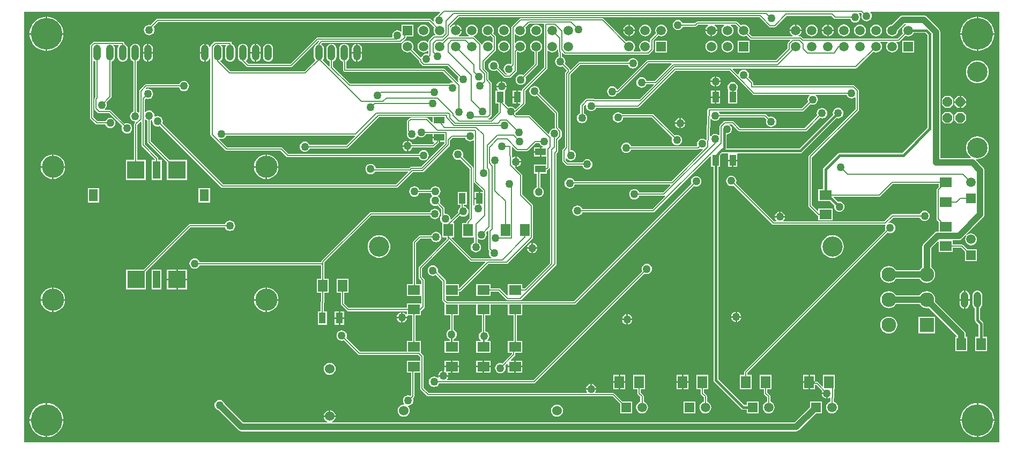
<source format=gbl>
%FSLAX25Y25*%
%MOIN*%
G70*
G01*
G75*
G04 Layer_Physical_Order=2*
G04 Layer_Color=16711680*
%ADD10R,0.05906X0.07480*%
%ADD11R,0.07480X0.05906*%
%ADD12R,0.04331X0.06693*%
%ADD13R,0.06299X0.06299*%
%ADD14R,0.04331X0.03937*%
%ADD15R,0.08661X0.10236*%
%ADD16R,0.02756X0.05118*%
%ADD17R,0.09449X0.10236*%
%ADD18O,0.02362X0.07677*%
%ADD19O,0.07677X0.02362*%
%ADD20R,0.05118X0.02756*%
%ADD21O,0.01181X0.08268*%
%ADD22O,0.08268X0.01181*%
%ADD23R,0.06693X0.04331*%
%ADD24R,0.09055X0.09055*%
%ADD25R,0.33071X0.41929*%
%ADD26R,0.14961X0.04134*%
%ADD27O,0.09055X0.02756*%
%ADD28R,0.03150X0.18110*%
%ADD29R,0.18110X0.03150*%
%ADD30R,0.08858X0.03150*%
%ADD31R,0.10630X0.13780*%
%ADD32R,0.03150X0.09449*%
%ADD33R,0.03150X0.03937*%
%ADD34R,0.09449X0.07874*%
%ADD35R,0.00984X0.05512*%
%ADD36R,0.08661X0.05906*%
%ADD37C,0.01575*%
%ADD38C,0.00598*%
%ADD39C,0.03937*%
%ADD40C,0.03150*%
%ADD41C,0.00787*%
%ADD42C,0.02756*%
%ADD43C,0.12598*%
%ADD44R,0.05906X0.05906*%
%ADD45C,0.05906*%
%ADD46R,0.05906X0.05906*%
%ADD47C,0.19685*%
%ADD48C,0.06000*%
%ADD49C,0.13780*%
%ADD50C,0.09055*%
%ADD51C,0.12661*%
%ADD52P,0.06213X8X112.5*%
%ADD53O,0.04724X0.09843*%
%ADD54C,0.05000*%
%ADD55R,0.05709X0.07677*%
%ADD56R,0.04724X0.11024*%
%ADD57R,0.11024X0.11024*%
G36*
X608268Y1969D02*
X1969D01*
Y269685D01*
X260275D01*
X260466Y269223D01*
X259025Y267782D01*
X258803Y267449D01*
X258778Y267325D01*
X258134Y267059D01*
X257464Y266544D01*
X256949Y265874D01*
X256626Y265093D01*
X256516Y264256D01*
X256585Y263727D01*
X256137Y263506D01*
X254760Y264882D01*
X254426Y265105D01*
X254033Y265183D01*
X84652D01*
X84652Y265183D01*
X84259Y265105D01*
X83925Y264882D01*
X83925Y264882D01*
X80416Y261373D01*
X80365Y261394D01*
X79528Y261504D01*
X78690Y261394D01*
X77909Y261070D01*
X77239Y260556D01*
X76725Y259886D01*
X76402Y259105D01*
X76291Y258268D01*
X76402Y257430D01*
X76725Y256649D01*
X77239Y255979D01*
X77909Y255465D01*
X78690Y255142D01*
X79528Y255031D01*
X80365Y255142D01*
X81146Y255465D01*
X81816Y255979D01*
X82330Y256649D01*
X82654Y257430D01*
X82764Y258268D01*
X82654Y259105D01*
X82330Y259886D01*
X82115Y260166D01*
X85078Y263128D01*
X253608D01*
X256930Y259806D01*
X256590Y258987D01*
X256465Y258032D01*
X256590Y257076D01*
X256959Y256185D01*
X257546Y255420D01*
X257628Y255357D01*
X257468Y254884D01*
X256652D01*
X256259Y254805D01*
X255925Y254583D01*
X255925Y254583D01*
X253425Y252082D01*
X253203Y251749D01*
X253124Y251356D01*
Y250935D01*
X252676Y250714D01*
X252004Y251230D01*
X251113Y251599D01*
X250158Y251725D01*
X249202Y251599D01*
X248311Y251230D01*
X247546Y250643D01*
X246959Y249878D01*
X246590Y248987D01*
X246465Y248031D01*
X246590Y247076D01*
X246959Y246185D01*
X247546Y245420D01*
X248311Y244833D01*
X249202Y244464D01*
X250158Y244338D01*
X251113Y244464D01*
X252004Y244833D01*
X252676Y245349D01*
X253124Y245128D01*
Y243817D01*
X252748Y243487D01*
X251952Y243592D01*
X251114Y243482D01*
X250334Y243159D01*
X249663Y242644D01*
X249149Y241974D01*
X248888Y241343D01*
X248397Y241245D01*
X243386Y246257D01*
X243725Y247076D01*
X243851Y248031D01*
X243725Y248987D01*
X243356Y249878D01*
X242769Y250643D01*
X242004Y251230D01*
X241113Y251599D01*
X240158Y251725D01*
X239202Y251599D01*
X238311Y251230D01*
X237546Y250643D01*
X236959Y249878D01*
X236590Y248987D01*
X236465Y248031D01*
X236590Y247076D01*
X236959Y246185D01*
X237546Y245420D01*
X238311Y244833D01*
X239202Y244464D01*
X240158Y244338D01*
X241113Y244464D01*
X241932Y244804D01*
X247416Y239319D01*
Y238656D01*
X247416Y238656D01*
X247416D01*
X247495Y238263D01*
X247717Y237929D01*
X249525Y236121D01*
X249859Y235898D01*
X250252Y235820D01*
X250252Y235820D01*
X265034D01*
X271846Y229009D01*
X271602Y228418D01*
X271491Y227580D01*
X271602Y226743D01*
X271806Y226249D01*
X271391Y225971D01*
X263379Y233982D01*
X263045Y234205D01*
X262652Y234283D01*
X202269D01*
X202063Y238740D01*
X202336Y238853D01*
X202977Y239345D01*
X203470Y239987D01*
X203779Y240734D01*
X203885Y241535D01*
Y246654D01*
X203779Y247455D01*
X203470Y248202D01*
X202977Y248844D01*
X202336Y249336D01*
X201589Y249645D01*
X200787Y249751D01*
X199986Y249645D01*
X199239Y249336D01*
X198597Y248844D01*
X198105Y248202D01*
X197795Y247455D01*
X197690Y246654D01*
Y241535D01*
X197795Y240734D01*
X198105Y239987D01*
X198597Y239345D01*
X199239Y238853D01*
X199986Y238544D01*
X200015Y238540D01*
X200261Y233208D01*
X200303Y233036D01*
X200338Y232863D01*
X200351Y232843D01*
X200357Y232819D01*
X200462Y232677D01*
X200561Y232529D01*
X200581Y232516D01*
X200595Y232497D01*
X200747Y232405D01*
X200894Y232307D01*
X200918Y232302D01*
X200938Y232289D01*
X201114Y232263D01*
X201287Y232228D01*
X262226D01*
X268435Y226019D01*
X268214Y225571D01*
X268052Y225592D01*
X267214Y225482D01*
X266434Y225159D01*
X266206Y224984D01*
X204439D01*
X193941Y235482D01*
Y238637D01*
X194462Y238853D01*
X195104Y239345D01*
X195596Y239987D01*
X195905Y240734D01*
X196011Y241535D01*
Y246654D01*
X195905Y247455D01*
X195596Y248202D01*
X195104Y248844D01*
X194462Y249336D01*
X193715Y249645D01*
X192913Y249751D01*
X192112Y249645D01*
X191365Y249336D01*
X190723Y248844D01*
X190231Y248202D01*
X189921Y247455D01*
X189816Y246654D01*
Y241535D01*
X189921Y240734D01*
X190231Y239987D01*
X190723Y239345D01*
X191365Y238853D01*
X191886Y238637D01*
Y235716D01*
X191424Y235525D01*
X187392Y239557D01*
X187722Y239987D01*
X188031Y240734D01*
X188137Y241535D01*
Y246654D01*
X188031Y247455D01*
X187722Y248202D01*
X187230Y248844D01*
X186588Y249336D01*
X186552Y249516D01*
X187357Y250320D01*
X235944D01*
X236337Y250398D01*
X236671Y250621D01*
X239048Y252998D01*
X239048Y252998D01*
X239270Y253332D01*
X239349Y253725D01*
X239349Y253725D01*
Y254370D01*
X243819D01*
Y261693D01*
X236496D01*
Y257613D01*
X236048Y257392D01*
X235570Y257759D01*
X234790Y258082D01*
X233952Y258192D01*
X233114Y258082D01*
X232334Y257759D01*
X231663Y257244D01*
X231149Y256574D01*
X230826Y255793D01*
X230716Y254956D01*
X230826Y254118D01*
X230834Y254098D01*
X230556Y253683D01*
X184301D01*
X183907Y253604D01*
X183574Y253382D01*
X167440Y237248D01*
X141346D01*
X139837Y238757D01*
X139869Y239256D01*
X139986Y239345D01*
X140478Y239987D01*
X140787Y240734D01*
X140893Y241535D01*
Y246654D01*
X140787Y247455D01*
X140478Y248202D01*
X139986Y248844D01*
X139344Y249336D01*
X138597Y249645D01*
X137795Y249751D01*
X136994Y249645D01*
X136247Y249336D01*
X135605Y248844D01*
X135113Y248202D01*
X134803Y247455D01*
X134698Y246654D01*
Y241535D01*
X134803Y240734D01*
X135113Y239987D01*
X135605Y239345D01*
X136247Y238853D01*
X136994Y238544D01*
X137167Y238521D01*
X140193Y235494D01*
X140527Y235271D01*
X140920Y235193D01*
X140920Y235193D01*
X167866D01*
X168259Y235271D01*
X168593Y235494D01*
X184675Y251576D01*
X185166Y251479D01*
X185296Y251165D01*
X184313Y250183D01*
X184090Y249849D01*
X184032Y249560D01*
X183491Y249336D01*
X182849Y248844D01*
X182357Y248202D01*
X182047Y247455D01*
X181942Y246654D01*
Y241535D01*
X182047Y240734D01*
X182357Y239987D01*
X182849Y239345D01*
X182857Y239227D01*
X176154Y232524D01*
X130033D01*
X123925Y238632D01*
X123957Y239130D01*
X124237Y239345D01*
X124730Y239987D01*
X125039Y240734D01*
X125145Y241535D01*
Y246654D01*
X125039Y247455D01*
X124730Y248202D01*
X124237Y248844D01*
X124300Y249028D01*
X127307D01*
X127529Y248580D01*
X127239Y248202D01*
X126929Y247455D01*
X126824Y246654D01*
Y241535D01*
X126929Y240734D01*
X127239Y239987D01*
X127731Y239345D01*
X128373Y238853D01*
X129120Y238544D01*
X129921Y238438D01*
X130723Y238544D01*
X131470Y238853D01*
X132111Y239345D01*
X132604Y239987D01*
X132913Y240734D01*
X133019Y241535D01*
Y246654D01*
X132913Y247455D01*
X132604Y248202D01*
X132111Y248844D01*
X131470Y249336D01*
X130949Y249552D01*
Y250056D01*
X130871Y250449D01*
X130648Y250782D01*
X130314Y251005D01*
X129921Y251083D01*
X120652D01*
X120652Y251083D01*
X120259Y251005D01*
X119925Y250782D01*
X117925Y248782D01*
X117703Y248449D01*
X117624Y248056D01*
X117624Y248056D01*
X117624D01*
X117624Y248056D01*
X117624D01*
Y247628D01*
X117134Y247530D01*
X116856Y248202D01*
X116363Y248844D01*
X115722Y249336D01*
X114975Y249645D01*
X114673Y249685D01*
Y244093D01*
Y238504D01*
X114975Y238544D01*
X115722Y238853D01*
X116363Y239345D01*
X116856Y239987D01*
X117134Y240659D01*
X117624Y240561D01*
Y193356D01*
X117624Y193356D01*
X117624D01*
X117703Y192963D01*
X117925Y192629D01*
X126925Y183629D01*
X127259Y183406D01*
X127652Y183328D01*
X161226D01*
X164925Y179629D01*
X164925Y179629D01*
X165259Y179406D01*
X165652Y179328D01*
X247105D01*
X247349Y178738D01*
X247864Y178068D01*
X248534Y177553D01*
X249314Y177230D01*
X250152Y177120D01*
X250990Y177230D01*
X251770Y177553D01*
X252440Y178068D01*
X252955Y178738D01*
X253278Y179518D01*
X253388Y180356D01*
X253278Y181193D01*
X252955Y181974D01*
X252440Y182644D01*
X251770Y183159D01*
X250990Y183482D01*
X250152Y183592D01*
X249314Y183482D01*
X248534Y183159D01*
X247864Y182644D01*
X247349Y181974D01*
X247105Y181384D01*
X166078D01*
X162379Y185082D01*
X162045Y185305D01*
X161652Y185383D01*
X128078D01*
X123113Y190348D01*
X123391Y190764D01*
X123714Y190630D01*
X124552Y190520D01*
X125390Y190630D01*
X126170Y190953D01*
X126840Y191467D01*
X127355Y192138D01*
X127599Y192728D01*
X207333D01*
X207524Y192266D01*
X202042Y186784D01*
X179399D01*
X179155Y187374D01*
X178640Y188044D01*
X177970Y188559D01*
X177190Y188882D01*
X176352Y188992D01*
X175514Y188882D01*
X174734Y188559D01*
X174064Y188044D01*
X173549Y187374D01*
X173226Y186593D01*
X173116Y185756D01*
X173226Y184918D01*
X173549Y184138D01*
X174064Y183467D01*
X174734Y182953D01*
X175514Y182630D01*
X176352Y182520D01*
X177190Y182630D01*
X177970Y182953D01*
X178640Y183467D01*
X179155Y184138D01*
X179399Y184728D01*
X202467D01*
X202860Y184807D01*
X203194Y185029D01*
X222493Y204328D01*
X255787D01*
Y201127D01*
X255326Y200936D01*
X252779Y203483D01*
X252445Y203705D01*
X252052Y203783D01*
X242044D01*
X242044Y203783D01*
X241651Y203705D01*
X241317Y203483D01*
X240017Y202183D01*
X239795Y201849D01*
X239716Y201456D01*
X239716Y201456D01*
X239716D01*
X239716Y201456D01*
X239716D01*
Y195664D01*
X239716Y195664D01*
X239716D01*
X239795Y195271D01*
X240017Y194937D01*
X240071Y194884D01*
X239826Y194293D01*
X239716Y193456D01*
X239826Y192618D01*
X240149Y191838D01*
X240664Y191167D01*
X241334Y190653D01*
X242114Y190330D01*
X242952Y190220D01*
X243790Y190330D01*
X244570Y190653D01*
X245240Y191167D01*
X245755Y191838D01*
X245825Y192006D01*
X246322Y192388D01*
X246423Y192415D01*
X247061Y191926D01*
X247841Y191603D01*
X248679Y191493D01*
X249517Y191603D01*
X250297Y191926D01*
X250967Y192440D01*
X251482Y193111D01*
X251726Y193701D01*
X255787D01*
Y192035D01*
X259843D01*
Y191536D01*
X260343D01*
Y188661D01*
X263224D01*
Y187782D01*
X248644Y173201D01*
X242605D01*
X242605Y173201D01*
X242212Y173123D01*
X241878Y172900D01*
X241266Y172287D01*
X220390D01*
X220340Y172668D01*
X220017Y173448D01*
X219503Y174118D01*
X218832Y174633D01*
X218052Y174956D01*
X217214Y175066D01*
X216377Y174956D01*
X215596Y174633D01*
X214926Y174118D01*
X214412Y173448D01*
X214088Y172668D01*
X213978Y171830D01*
X214088Y170992D01*
X214412Y170212D01*
X214926Y169541D01*
X215596Y169027D01*
X216377Y168704D01*
X217214Y168594D01*
X218052Y168704D01*
X218832Y169027D01*
X219503Y169541D01*
X220017Y170212D01*
X220026Y170232D01*
X240406D01*
X240597Y169770D01*
X232989Y162162D01*
X125589D01*
X87653Y200098D01*
X87898Y200689D01*
X88008Y201526D01*
X87898Y202364D01*
X87574Y203145D01*
X87060Y203815D01*
X86390Y204329D01*
X85609Y204653D01*
X84772Y204763D01*
X83934Y204653D01*
X83153Y204329D01*
X82760Y204842D01*
X82788Y205056D01*
X82678Y205893D01*
X82355Y206674D01*
X81840Y207344D01*
X81170Y207859D01*
X80390Y208182D01*
X79552Y208292D01*
X78714Y208182D01*
X77934Y207859D01*
X77263Y207344D01*
X77182Y207239D01*
X76709Y207399D01*
Y215071D01*
X77312Y215674D01*
X77903Y215430D01*
X78740Y215319D01*
X79578Y215430D01*
X80358Y215753D01*
X81029Y216267D01*
X81543Y216938D01*
X81866Y217718D01*
X81976Y218556D01*
X81866Y219393D01*
X81543Y220174D01*
X81029Y220844D01*
X80358Y221359D01*
X79578Y221682D01*
X78740Y221792D01*
X77903Y221682D01*
X77770Y221627D01*
X77492Y222043D01*
X77878Y222428D01*
X98120D01*
X98365Y221838D01*
X98879Y221167D01*
X99549Y220653D01*
X100330Y220330D01*
X101168Y220219D01*
X102005Y220330D01*
X102786Y220653D01*
X103456Y221167D01*
X103970Y221838D01*
X104294Y222618D01*
X104404Y223456D01*
X104294Y224293D01*
X103970Y225074D01*
X103456Y225744D01*
X102786Y226259D01*
X102005Y226582D01*
X101168Y226692D01*
X100330Y226582D01*
X99549Y226259D01*
X98879Y225744D01*
X98365Y225074D01*
X98120Y224483D01*
X77452D01*
X77452Y224483D01*
X77059Y224405D01*
X76725Y224183D01*
X76725Y224183D01*
X73647Y221105D01*
X73425Y220771D01*
X73347Y220378D01*
X73347Y220378D01*
X73347D01*
X73347Y220378D01*
X73347D01*
Y207307D01*
X72898Y207086D01*
X72484Y207404D01*
X71894Y207648D01*
Y238637D01*
X72415Y238853D01*
X73056Y239345D01*
X73549Y239987D01*
X73858Y240734D01*
X73963Y241535D01*
Y246654D01*
X73858Y247455D01*
X73549Y248202D01*
X73056Y248844D01*
X72415Y249336D01*
X71668Y249645D01*
X70866Y249751D01*
X70065Y249645D01*
X69318Y249336D01*
X68676Y248844D01*
X68184Y248202D01*
X67874Y247455D01*
X67769Y246654D01*
Y241535D01*
X67874Y240734D01*
X68184Y239987D01*
X68676Y239345D01*
X69318Y238853D01*
X69839Y238637D01*
Y207648D01*
X69248Y207404D01*
X68578Y206889D01*
X68063Y206219D01*
X67740Y205438D01*
X67630Y204601D01*
X67740Y203763D01*
X68063Y202983D01*
X68578Y202312D01*
X69248Y201798D01*
X70029Y201475D01*
X70784Y201375D01*
X70945Y200902D01*
X70533Y200490D01*
X70310Y200157D01*
X70232Y199764D01*
Y177480D01*
X65039D01*
Y165039D01*
X77480D01*
Y177480D01*
X72287D01*
Y199338D01*
X74192Y201242D01*
X74654Y201051D01*
Y186926D01*
X74654Y186926D01*
X74654D01*
X74732Y186533D01*
X74955Y186200D01*
X83212Y177942D01*
X83021Y177480D01*
X81181D01*
Y165039D01*
X87323D01*
Y177480D01*
X85280D01*
Y178356D01*
X85280Y178356D01*
X85201Y178749D01*
X84979Y179083D01*
X76709Y187352D01*
Y202712D01*
X77182Y202873D01*
X77263Y202767D01*
X77934Y202253D01*
X78524Y202009D01*
Y188558D01*
X78524Y188558D01*
X78524D01*
X78603Y188165D01*
X78825Y187832D01*
X90630Y176027D01*
Y165039D01*
X103071D01*
Y177480D01*
X92083D01*
X80580Y188984D01*
Y202009D01*
X81170Y202253D01*
X81563Y201741D01*
X81535Y201526D01*
X81646Y200689D01*
X81969Y199908D01*
X82483Y199238D01*
X83153Y198724D01*
X83934Y198400D01*
X84772Y198290D01*
X85609Y198400D01*
X86200Y198645D01*
X124437Y160408D01*
X124437Y160408D01*
X124770Y160185D01*
X125164Y160107D01*
X233415D01*
X233808Y160185D01*
X234141Y160408D01*
X243572Y169839D01*
X249611D01*
X250004Y169917D01*
X250337Y170140D01*
X266286Y186088D01*
X266508Y186421D01*
X266587Y186814D01*
Y189543D01*
X268272Y191228D01*
X276005D01*
X276249Y190638D01*
X276764Y189968D01*
X277434Y189453D01*
X278214Y189130D01*
X279052Y189020D01*
X279890Y189130D01*
X280670Y189453D01*
X281084Y189771D01*
X281532Y189550D01*
Y164048D01*
X281532Y164048D01*
X281532D01*
X281611Y163655D01*
X281833Y163321D01*
X287024Y158130D01*
Y157598D01*
X285343D01*
Y153542D01*
X284844D01*
Y153043D01*
X281969D01*
Y149725D01*
X281863Y149644D01*
X281463Y149122D01*
X280989Y149283D01*
Y172431D01*
X280989Y172431D01*
X280911Y172824D01*
X280688Y173158D01*
X280688Y173158D01*
X274418Y179428D01*
X274663Y180018D01*
X274773Y180856D01*
X274663Y181693D01*
X274340Y182474D01*
X273825Y183144D01*
X273155Y183659D01*
X272374Y183982D01*
X271537Y184092D01*
X270699Y183982D01*
X269919Y183659D01*
X269248Y183144D01*
X268734Y182474D01*
X268411Y181693D01*
X268300Y180856D01*
X268411Y180018D01*
X268734Y179238D01*
X269248Y178568D01*
X269919Y178053D01*
X270699Y177730D01*
X271537Y177620D01*
X272374Y177730D01*
X272965Y177974D01*
X278934Y172005D01*
Y141375D01*
X277029Y139471D01*
X276807Y139137D01*
X276728Y138744D01*
Y138307D01*
X274095D01*
Y129410D01*
X281417D01*
D01*
X281417D01*
X281616Y129210D01*
Y126288D01*
X281026Y126043D01*
X280356Y125529D01*
X279841Y124859D01*
X279518Y124078D01*
X279408Y123241D01*
X279518Y122403D01*
X279841Y121623D01*
X280356Y120952D01*
X281026Y120438D01*
X281806Y120115D01*
X282644Y120004D01*
X283482Y120115D01*
X284262Y120438D01*
X284932Y120952D01*
X285447Y121623D01*
X285770Y122403D01*
X285880Y123241D01*
X285770Y124078D01*
X285447Y124859D01*
X284932Y125529D01*
X284262Y126043D01*
X283672Y126288D01*
Y128349D01*
X284120Y128571D01*
X284534Y128253D01*
X285314Y127930D01*
X286152Y127820D01*
X286990Y127930D01*
X287770Y128253D01*
X288440Y128768D01*
X288955Y129438D01*
X289278Y130218D01*
X289388Y131056D01*
X289278Y131894D01*
X289033Y132484D01*
X289813Y133264D01*
X290083Y133210D01*
X290316Y133114D01*
Y122220D01*
X290316Y122220D01*
X290316D01*
X290395Y121826D01*
X290617Y121493D01*
X291126Y120984D01*
X290882Y120394D01*
X290771Y119556D01*
X290882Y118718D01*
X291205Y117938D01*
X291719Y117268D01*
X292390Y116753D01*
X292192Y116276D01*
X280185D01*
X267513Y128948D01*
X267704Y129410D01*
X269213D01*
Y138307D01*
X268798D01*
X268613Y138772D01*
X272960Y142867D01*
X273235Y142656D01*
X274016Y142332D01*
X274854Y142222D01*
X275691Y142332D01*
X276472Y142656D01*
X277142Y143170D01*
X277656Y143840D01*
X277980Y144621D01*
X278090Y145458D01*
X277980Y146296D01*
X277656Y147076D01*
X277142Y147747D01*
X276472Y148261D01*
X275691Y148584D01*
X275240Y148644D01*
Y149488D01*
X277087D01*
Y157598D01*
X271339D01*
Y149488D01*
X273185D01*
Y148222D01*
X272565Y147747D01*
X272051Y147076D01*
X271727Y146296D01*
X271617Y145458D01*
X271692Y144893D01*
X267322Y140523D01*
X266874Y140744D01*
X266888Y140856D01*
X266778Y141693D01*
X266455Y142474D01*
X265940Y143144D01*
X265270Y143659D01*
X264490Y143982D01*
X263652Y144092D01*
X263280Y144419D01*
Y147256D01*
X263280Y147256D01*
X263201Y147649D01*
X262979Y147983D01*
X262979Y147983D01*
X260233Y150728D01*
X260478Y151318D01*
X260588Y152156D01*
X260478Y152994D01*
X260155Y153774D01*
X259640Y154444D01*
X258970Y154959D01*
Y155112D01*
X259070Y155153D01*
X259740Y155667D01*
X260255Y156338D01*
X260578Y157118D01*
X260688Y157956D01*
X260578Y158793D01*
X260255Y159574D01*
X259740Y160244D01*
X259070Y160759D01*
X258290Y161082D01*
X257452Y161192D01*
X256614Y161082D01*
X255834Y160759D01*
X255164Y160244D01*
X254649Y159574D01*
X254405Y158984D01*
X247502D01*
X247291Y159492D01*
X246777Y160162D01*
X246106Y160677D01*
X245326Y161000D01*
X244488Y161110D01*
X243651Y161000D01*
X242870Y160677D01*
X242200Y160162D01*
X241685Y159492D01*
X241362Y158712D01*
X241252Y157874D01*
X241362Y157036D01*
X241685Y156256D01*
X242200Y155586D01*
X242870Y155071D01*
X243651Y154748D01*
X244488Y154638D01*
X245326Y154748D01*
X246106Y155071D01*
X246777Y155586D01*
X247291Y156256D01*
X247569Y156928D01*
X254405D01*
X254649Y156338D01*
X255164Y155667D01*
X255569Y155356D01*
X255585Y155319D01*
Y154844D01*
X255064Y154444D01*
X254549Y153774D01*
X254226Y152994D01*
X254116Y152156D01*
X254226Y151318D01*
X254549Y150538D01*
X255064Y149867D01*
X255734Y149353D01*
X256514Y149030D01*
X257352Y148920D01*
X258190Y149030D01*
X258780Y149274D01*
X261224Y146830D01*
Y142963D01*
X260849Y142474D01*
X260526Y141693D01*
X260416Y140856D01*
X260526Y140018D01*
X260849Y139238D01*
X261364Y138567D01*
X261890Y138164D01*
Y129410D01*
X264524D01*
Y128297D01*
X247295Y111068D01*
X247072Y110735D01*
X246994Y110342D01*
X246994Y110342D01*
X246994D01*
X246994Y110342D01*
X246994D01*
Y104575D01*
X246994Y104575D01*
X246994D01*
X247072Y104181D01*
X247295Y103848D01*
X248916Y102227D01*
Y100315D01*
X248543D01*
Y100315D01*
X245480D01*
Y125830D01*
X248178Y128528D01*
X254907D01*
X255151Y127938D01*
X255665Y127268D01*
X256336Y126753D01*
X257116Y126430D01*
X257954Y126320D01*
X258792Y126430D01*
X259572Y126753D01*
X260242Y127268D01*
X260757Y127938D01*
X261080Y128718D01*
X261190Y129556D01*
X261080Y130394D01*
X260757Y131174D01*
X260242Y131844D01*
X259572Y132359D01*
X258792Y132682D01*
X257954Y132792D01*
X257116Y132682D01*
X256336Y132359D01*
X255665Y131844D01*
X255151Y131174D01*
X254907Y130584D01*
X247752D01*
X247359Y130505D01*
X247025Y130282D01*
X247025Y130282D01*
X243725Y126982D01*
X243503Y126649D01*
X243424Y126256D01*
Y100315D01*
X239646D01*
Y92992D01*
X248543D01*
Y92992D01*
X248563D01*
X248916Y92639D01*
Y88110D01*
X248543D01*
Y88110D01*
X239646D01*
Y85476D01*
X203636D01*
X200831Y88282D01*
Y94764D01*
X203465D01*
Y103662D01*
X196142D01*
Y94764D01*
X198775D01*
Y87856D01*
X198775Y87856D01*
X198775D01*
X198854Y87463D01*
X199076Y87129D01*
X202484Y83722D01*
X202484Y83722D01*
X202817Y83499D01*
X202817Y83499D01*
X202817Y83499D01*
D01*
X202817Y83499D01*
X202817Y83499D01*
X203210Y83421D01*
X203210Y83421D01*
X239646D01*
Y81703D01*
X239172Y81542D01*
X238940Y81844D01*
X238270Y82359D01*
X237490Y82682D01*
X237152Y82726D01*
Y80056D01*
X239823D01*
X239778Y80393D01*
X240729Y80787D01*
X243067D01*
Y64882D01*
X239646D01*
Y58284D01*
X210678D01*
X202133Y66828D01*
X202378Y67418D01*
X202488Y68256D01*
X202378Y69094D01*
X202055Y69874D01*
X201540Y70544D01*
X200870Y71059D01*
X200090Y71382D01*
X199252Y71492D01*
X198414Y71382D01*
X197634Y71059D01*
X196964Y70544D01*
X196449Y69874D01*
X196126Y69094D01*
X196016Y68256D01*
X196126Y67418D01*
X196449Y66638D01*
X196964Y65967D01*
X197634Y65453D01*
X198414Y65130D01*
X199252Y65020D01*
X200090Y65130D01*
X200680Y65374D01*
X209525Y56529D01*
X209859Y56306D01*
X210252Y56228D01*
X246726D01*
X248224Y54730D01*
Y52677D01*
X239646D01*
Y45354D01*
X242324D01*
Y31182D01*
X241980Y30837D01*
X241390Y31082D01*
X240552Y31192D01*
X239714Y31082D01*
X238934Y30759D01*
X238264Y30244D01*
X237749Y29574D01*
X237426Y28793D01*
X237316Y27956D01*
X237426Y27118D01*
X237749Y26338D01*
X238152Y25813D01*
X237902Y25380D01*
X237795Y25394D01*
X236827Y25267D01*
X235925Y24893D01*
X235150Y24299D01*
X234556Y23524D01*
X234182Y22622D01*
X234055Y21654D01*
X234182Y20685D01*
X234556Y19783D01*
X235150Y19008D01*
X235925Y18414D01*
X236827Y18040D01*
X237795Y17913D01*
X238763Y18040D01*
X239666Y18414D01*
X240440Y19008D01*
X241035Y19783D01*
X241408Y20685D01*
X241536Y21654D01*
X241408Y22622D01*
X241035Y23524D01*
X240440Y24299D01*
X240393Y24335D01*
X240552Y24720D01*
X241390Y24830D01*
X242170Y25153D01*
X242840Y25668D01*
X243355Y26338D01*
X243678Y27118D01*
X243788Y27956D01*
X243678Y28793D01*
X243433Y29384D01*
X244079Y30029D01*
X244301Y30363D01*
X244380Y30756D01*
X244380Y30756D01*
Y45354D01*
X248224D01*
Y35256D01*
X248224Y35256D01*
X248224D01*
X248303Y34863D01*
X248525Y34529D01*
X252325Y30729D01*
X252659Y30507D01*
X253052Y30428D01*
X367725D01*
X372323Y25830D01*
Y19961D01*
X379646D01*
Y27283D01*
X373776D01*
X368877Y32182D01*
X368544Y32405D01*
X368151Y32484D01*
X356988D01*
X356767Y32932D01*
X357155Y33438D01*
X357478Y34218D01*
X357523Y34556D01*
X351181D01*
X351226Y34218D01*
X351549Y33438D01*
X351937Y32932D01*
X351716Y32484D01*
X253478D01*
X250280Y35682D01*
Y55156D01*
X250280Y55156D01*
X250201Y55549D01*
X249979Y55883D01*
X248473Y57389D01*
X248543Y57559D01*
X248543D01*
X248543Y57559D01*
Y64882D01*
X245122D01*
Y80787D01*
X248543D01*
Y83508D01*
X248864Y83722D01*
X250671Y85529D01*
X250671Y85529D01*
X250893Y85863D01*
X250972Y86256D01*
Y102653D01*
X250893Y103046D01*
X250671Y103379D01*
X249049Y105000D01*
Y109916D01*
X266278Y127144D01*
X266278Y127145D01*
X266398Y127156D01*
X279032Y114521D01*
X279032Y114521D01*
X279366Y114298D01*
X279759Y114220D01*
X279759Y114220D01*
X288340D01*
X288531Y113758D01*
X272627Y97854D01*
X272165Y98045D01*
Y100315D01*
X263980D01*
Y102402D01*
X263980Y102402D01*
X263901Y102796D01*
X263679Y103129D01*
X263679Y103129D01*
X259018Y107790D01*
X259032Y107824D01*
X259142Y108661D01*
X259032Y109499D01*
X258708Y110280D01*
X258194Y110950D01*
X257524Y111464D01*
X256743Y111787D01*
X255906Y111898D01*
X255068Y111787D01*
X254287Y111464D01*
X253617Y110950D01*
X253103Y110280D01*
X252779Y109499D01*
X252669Y108661D01*
X252779Y107824D01*
X253103Y107043D01*
X253617Y106373D01*
X254287Y105859D01*
X255068Y105535D01*
X255906Y105425D01*
X256743Y105535D01*
X257524Y105859D01*
X257817Y106084D01*
X261924Y101977D01*
Y90256D01*
X261924Y90256D01*
X261924D01*
X262003Y89863D01*
X262225Y89529D01*
X263378Y88377D01*
X263268Y88110D01*
X263268D01*
X263268Y88110D01*
Y80787D01*
X266689D01*
Y72148D01*
X265934Y71835D01*
X265264Y71321D01*
X264749Y70651D01*
X264426Y69870D01*
X264316Y69032D01*
X264426Y68195D01*
X264749Y67414D01*
X265264Y66744D01*
X265934Y66229D01*
X266524Y65985D01*
Y64882D01*
X263268D01*
Y57559D01*
X272165D01*
Y64882D01*
X268744D01*
Y66053D01*
X269170Y66229D01*
X269840Y66744D01*
X270355Y67414D01*
X270678Y68195D01*
X270788Y69032D01*
X270678Y69870D01*
X270355Y70651D01*
X269840Y71321D01*
X269170Y71835D01*
X268744Y72012D01*
Y80787D01*
X272165D01*
Y87528D01*
X282953D01*
Y80787D01*
X286374D01*
Y70758D01*
X286134Y70659D01*
X285464Y70144D01*
X284949Y69474D01*
X284626Y68694D01*
X284516Y67856D01*
X284626Y67018D01*
X284949Y66238D01*
X285464Y65567D01*
X285740Y65355D01*
X285579Y64882D01*
X282953D01*
Y57559D01*
X291850D01*
Y64882D01*
X289925D01*
X289764Y65355D01*
X290040Y65567D01*
X290555Y66238D01*
X290878Y67018D01*
X290988Y67856D01*
X290878Y68694D01*
X290555Y69474D01*
X290040Y70144D01*
X289370Y70659D01*
X288590Y70982D01*
X288429Y71003D01*
Y80787D01*
X291850D01*
Y87528D01*
X302638D01*
Y80787D01*
X306059D01*
Y64882D01*
X302638D01*
Y57559D01*
X305224D01*
Y56882D01*
X299280Y50937D01*
X298690Y51182D01*
X297852Y51292D01*
X297014Y51182D01*
X296234Y50859D01*
X295564Y50344D01*
X295049Y49674D01*
X294726Y48893D01*
X294616Y48056D01*
X294726Y47218D01*
X295049Y46438D01*
X295564Y45768D01*
X296234Y45253D01*
X297014Y44930D01*
X297852Y44820D01*
X298690Y44930D01*
X299470Y45253D01*
X300140Y45768D01*
X300655Y46438D01*
X300978Y47218D01*
X301088Y48056D01*
X300978Y48893D01*
X300733Y49484D01*
X302176Y50927D01*
X302638Y50735D01*
Y49516D01*
X306587D01*
Y52677D01*
X304580D01*
X304388Y53139D01*
X306979Y55729D01*
X306979Y55729D01*
X307201Y56063D01*
X307280Y56456D01*
Y57559D01*
X311535D01*
Y64882D01*
X308114D01*
Y80787D01*
X311535D01*
Y87528D01*
X344068D01*
X344461Y87607D01*
X344794Y87829D01*
X418257Y161292D01*
X418847Y161047D01*
X419685Y160937D01*
X420523Y161047D01*
X421303Y161371D01*
X421974Y161885D01*
X422488Y162555D01*
X422811Y163336D01*
X422921Y164173D01*
X422811Y165011D01*
X422488Y165791D01*
X421974Y166462D01*
X421303Y166976D01*
X420523Y167299D01*
X419685Y167410D01*
X418847Y167299D01*
X418067Y166976D01*
X417397Y166462D01*
X416882Y165791D01*
X416559Y165011D01*
X416449Y164173D01*
X416559Y163336D01*
X416804Y162745D01*
X343642Y89583D01*
X265078D01*
X263980Y90682D01*
Y92992D01*
X272165D01*
Y95626D01*
X272880D01*
X273273Y95704D01*
X273607Y95927D01*
X290593Y112913D01*
X301937D01*
X302330Y112991D01*
X302663Y113214D01*
X317879Y128429D01*
X318101Y128763D01*
X318180Y129156D01*
Y149056D01*
X318180Y149056D01*
X318180Y149056D01*
Y149056D01*
X318180D01*
X318180Y149056D01*
X318101Y149449D01*
X317879Y149783D01*
X311480Y156182D01*
Y167848D01*
X311480Y167848D01*
X311480Y167848D01*
Y167848D01*
X311480D01*
X311480Y167848D01*
X311401Y168241D01*
X311179Y168575D01*
X307044Y172709D01*
X307265Y173157D01*
X307052Y173185D01*
Y176355D01*
Y179526D01*
X306714Y179482D01*
X305934Y179159D01*
X305483Y178813D01*
X305034Y179032D01*
X304983Y185518D01*
X305444Y185711D01*
X307825Y183329D01*
X307825Y183329D01*
X307992Y183218D01*
X308159Y183107D01*
X308552Y183028D01*
X308552Y183028D01*
X314552D01*
X314945Y183107D01*
X315279Y183329D01*
X319898Y187949D01*
X322105D01*
X322349Y187358D01*
X322864Y186688D01*
X323534Y186174D01*
X324314Y185850D01*
X324249Y185354D01*
X323335D01*
Y182479D01*
Y179606D01*
X326324D01*
Y174724D01*
X318779D01*
Y168976D01*
X320624D01*
Y160603D01*
X320034Y160359D01*
X319363Y159844D01*
X318849Y159174D01*
X318526Y158394D01*
X318416Y157556D01*
X318526Y156718D01*
X318849Y155938D01*
X319363Y155268D01*
X320034Y154753D01*
X320814Y154430D01*
X321652Y154320D01*
X322490Y154430D01*
X323270Y154753D01*
X323940Y155268D01*
X324455Y155938D01*
X324778Y156718D01*
X324888Y157556D01*
X324778Y158394D01*
X324455Y159174D01*
X323940Y159844D01*
X323270Y160359D01*
X322680Y160603D01*
Y168976D01*
X326890D01*
Y170891D01*
X326940Y170901D01*
X327273Y171124D01*
X328079Y171929D01*
X328301Y172263D01*
X328327Y172390D01*
X328824Y172341D01*
Y113348D01*
X313157Y97681D01*
X311535D01*
Y100315D01*
X302638D01*
Y93374D01*
X302176Y93183D01*
X297979Y97380D01*
X297645Y97603D01*
X297252Y97681D01*
X291850D01*
Y100315D01*
X282953D01*
Y92992D01*
X291850D01*
Y95626D01*
X296826D01*
X301809Y90644D01*
X301809Y90644D01*
X302142Y90421D01*
X302535Y90343D01*
X310268D01*
X310661Y90421D01*
X310995Y90644D01*
X332663Y112312D01*
X332886Y112646D01*
X332964Y113039D01*
Y177789D01*
X332964Y177789D01*
X332964Y177789D01*
Y177789D01*
X332964D01*
X332964Y177789D01*
X332886Y178182D01*
X332827Y178271D01*
Y181490D01*
X333486Y182149D01*
X333486Y182149D01*
X333486Y182149D01*
X333708Y182482D01*
X333787Y182876D01*
Y189712D01*
X335686Y191612D01*
X335686Y191612D01*
X335798Y191779D01*
X335909Y191945D01*
X335987Y192339D01*
X335987Y192339D01*
Y195245D01*
X335909Y195638D01*
X335686Y195971D01*
X333705Y197953D01*
Y206731D01*
X333705Y206731D01*
X333627Y207124D01*
X333404Y207457D01*
X333404Y207457D01*
X322033Y218828D01*
X322278Y219418D01*
X322388Y220256D01*
X322278Y221094D01*
X321955Y221874D01*
X321440Y222544D01*
X320770Y223059D01*
X319990Y223382D01*
X319152Y223492D01*
X318314Y223382D01*
X317534Y223059D01*
X316863Y222544D01*
X316349Y221874D01*
X316026Y221094D01*
X315916Y220256D01*
X316026Y219418D01*
X316349Y218638D01*
X316863Y217968D01*
X317534Y217453D01*
X318314Y217130D01*
X319152Y217020D01*
X319990Y217130D01*
X320580Y217374D01*
X331649Y206305D01*
Y197527D01*
X331649Y197527D01*
X331649D01*
X331670Y197425D01*
X331379Y197018D01*
X330614Y196918D01*
X329834Y196595D01*
X329164Y196080D01*
X328649Y195410D01*
X328326Y194629D01*
X328226Y193869D01*
X327752Y193709D01*
X316379Y205083D01*
X316045Y205305D01*
X315652Y205383D01*
X307881D01*
X307212Y206052D01*
X307456Y206642D01*
X307483Y206846D01*
X307570D01*
X307963Y206925D01*
X308297Y207147D01*
X313079Y211929D01*
X313301Y212263D01*
X313380Y212656D01*
Y220430D01*
X326879Y233929D01*
X327101Y234263D01*
X327180Y234656D01*
X327180Y234656D01*
Y245136D01*
X327628Y245357D01*
X328311Y244833D01*
X329202Y244464D01*
X330158Y244338D01*
X331113Y244464D01*
X332004Y244833D01*
X332769Y245420D01*
X333356Y246185D01*
X333371Y246223D01*
X333862Y246126D01*
Y244981D01*
X333940Y244588D01*
X334124Y244312D01*
Y241703D01*
X333534Y241459D01*
X332863Y240944D01*
X332349Y240274D01*
X332026Y239493D01*
X331916Y238656D01*
X332026Y237818D01*
X332349Y237038D01*
X332863Y236368D01*
X333534Y235853D01*
X334314Y235530D01*
X335152Y235420D01*
X335990Y235530D01*
X336580Y235774D01*
X339124Y233230D01*
Y232730D01*
X338517Y232123D01*
X338295Y231790D01*
X338216Y231397D01*
X338216Y231397D01*
X338216D01*
X338216Y231397D01*
X338216D01*
Y185669D01*
X336675Y184127D01*
X336452Y183794D01*
X336374Y183401D01*
X336374Y183401D01*
X336374D01*
X336374Y183401D01*
X336374D01*
Y176895D01*
X336452Y176502D01*
X336675Y176168D01*
X338767Y174076D01*
X339100Y173854D01*
X339493Y173775D01*
X348921D01*
X349166Y173185D01*
X349680Y172515D01*
X350350Y172000D01*
X351131Y171677D01*
X351969Y171567D01*
X352806Y171677D01*
X353587Y172000D01*
X354257Y172515D01*
X354771Y173185D01*
X355095Y173966D01*
X355205Y174803D01*
X355095Y175641D01*
X354771Y176421D01*
X354257Y177092D01*
X353587Y177606D01*
X352806Y177929D01*
X351969Y178040D01*
X351131Y177929D01*
X350350Y177606D01*
X349680Y177092D01*
X349166Y176421D01*
X348921Y175831D01*
X339919D01*
X338429Y177320D01*
Y178623D01*
X338920Y178721D01*
X338930Y178697D01*
X339444Y178026D01*
X340114Y177512D01*
X340895Y177189D01*
X341732Y177079D01*
X342570Y177189D01*
X343351Y177512D01*
X344021Y178026D01*
X344535Y178697D01*
X344858Y179477D01*
X344969Y180315D01*
X344858Y181153D01*
X344535Y181933D01*
X344021Y182603D01*
X343351Y183118D01*
X342570Y183441D01*
X341732Y183551D01*
X341579Y183686D01*
Y230430D01*
X347678Y236528D01*
X377305D01*
X377549Y235938D01*
X378064Y235267D01*
X378734Y234753D01*
X379514Y234430D01*
X380352Y234319D01*
X381190Y234430D01*
X381970Y234753D01*
X382640Y235267D01*
X383155Y235938D01*
X383478Y236718D01*
X383588Y237556D01*
X383478Y238393D01*
X383155Y239174D01*
X382640Y239844D01*
X381970Y240359D01*
X381190Y240682D01*
X380352Y240792D01*
X379514Y240682D01*
X378734Y240359D01*
X378064Y239844D01*
X377549Y239174D01*
X377305Y238583D01*
X347252D01*
X346859Y238505D01*
X346525Y238282D01*
X346525Y238282D01*
X341647Y233404D01*
X341185Y233596D01*
Y233650D01*
X341107Y234044D01*
X340884Y234377D01*
X340884Y234377D01*
X338033Y237228D01*
X338278Y237818D01*
X338388Y238656D01*
X338278Y239493D01*
X337955Y240274D01*
X337440Y240944D01*
X336770Y241459D01*
X336180Y241703D01*
Y244022D01*
X336642Y244213D01*
X337525Y243329D01*
X337859Y243107D01*
X338252Y243028D01*
X389777D01*
X390170Y243107D01*
X390504Y243329D01*
X392704Y245529D01*
X392927Y245863D01*
X393005Y246256D01*
X393005Y246256D01*
X393005Y246256D01*
Y246256D01*
Y251630D01*
X396178Y254803D01*
X396997Y254464D01*
X397953Y254339D01*
X398909Y254464D01*
X399799Y254833D01*
X400564Y255420D01*
X401151Y256185D01*
X401520Y257076D01*
X401646Y258032D01*
X401520Y258987D01*
X401151Y259878D01*
X400564Y260643D01*
X399799Y261230D01*
X398909Y261599D01*
X397953Y261724D01*
X396997Y261599D01*
X396106Y261230D01*
X395341Y260643D01*
X394755Y259878D01*
X394386Y258987D01*
X394260Y258032D01*
X394386Y257076D01*
X394725Y256257D01*
X391250Y252783D01*
X391028Y252449D01*
X390950Y252056D01*
X390950Y252056D01*
X390950D01*
X390950Y252056D01*
X390950D01*
Y250912D01*
X390501Y250691D01*
X389799Y251230D01*
X388909Y251599D01*
X387953Y251725D01*
X386997Y251599D01*
X386106Y251230D01*
X385341Y250643D01*
X384754Y249878D01*
X384386Y248987D01*
X384260Y248031D01*
X384386Y247076D01*
X384754Y246185D01*
X385256Y245532D01*
X385034Y245083D01*
X380871D01*
X380650Y245532D01*
X381151Y246185D01*
X381520Y247076D01*
X381646Y248031D01*
X381520Y248987D01*
X381151Y249878D01*
X380564Y250643D01*
X379799Y251230D01*
X378909Y251599D01*
X377953Y251725D01*
X376997Y251599D01*
X376178Y251259D01*
X362104Y265333D01*
X361771Y265556D01*
X361378Y265634D01*
X310403D01*
X310009Y265556D01*
X309676Y265333D01*
X309676Y265333D01*
X305010Y260667D01*
X304787Y260334D01*
X304709Y259941D01*
Y237367D01*
X304293Y237089D01*
X303987Y237216D01*
X303150Y237326D01*
X302312Y237216D01*
X301531Y236893D01*
X300861Y236378D01*
X300347Y235708D01*
X300024Y234928D01*
X299913Y234090D01*
X300024Y233252D01*
X300347Y232472D01*
X300861Y231801D01*
X301531Y231287D01*
X302069Y231064D01*
X301971Y230574D01*
X301255D01*
X296813Y235016D01*
X296878Y235173D01*
X296988Y236011D01*
X296878Y236848D01*
X296555Y237629D01*
X296040Y238299D01*
X295370Y238814D01*
X294590Y239137D01*
X293752Y239247D01*
X292914Y239137D01*
X292134Y238814D01*
X291463Y238299D01*
X290949Y237629D01*
X290626Y236848D01*
X290516Y236011D01*
X290626Y235173D01*
X290949Y234393D01*
X291463Y233722D01*
X292134Y233208D01*
X292914Y232885D01*
X293752Y232774D01*
X294590Y232885D01*
X295370Y233208D01*
X295565Y233357D01*
X300102Y228820D01*
X300436Y228597D01*
X300829Y228519D01*
X303691D01*
X304084Y228597D01*
X304418Y228820D01*
X307771Y232173D01*
X307771Y232173D01*
X307993Y232506D01*
X308072Y232899D01*
Y244482D01*
X308487Y244760D01*
X309202Y244464D01*
X310158Y244338D01*
X311113Y244464D01*
X312004Y244833D01*
X312769Y245420D01*
X313356Y246185D01*
X313725Y247076D01*
X313851Y248031D01*
X313725Y248987D01*
X313356Y249878D01*
X312769Y250643D01*
X312004Y251230D01*
X311113Y251599D01*
X310158Y251725D01*
X309202Y251599D01*
X308311Y251230D01*
X307546Y250643D01*
X307238Y250241D01*
X306764Y250402D01*
Y255661D01*
X307238Y255822D01*
X307546Y255420D01*
X308311Y254833D01*
X309202Y254464D01*
X310158Y254339D01*
X311113Y254464D01*
X312004Y254833D01*
X312769Y255420D01*
X313356Y256185D01*
X313725Y257076D01*
X313851Y258032D01*
X313725Y258987D01*
X313386Y259806D01*
X315851Y262272D01*
X324846D01*
X325163Y261885D01*
X325124Y261692D01*
X325124Y261692D01*
X325124D01*
X325124Y261692D01*
X325124D01*
Y235082D01*
X311625Y221583D01*
X311403Y221249D01*
X311324Y220856D01*
Y220591D01*
X308965D01*
Y216534D01*
Y212480D01*
X310070D01*
X310261Y212018D01*
X307491Y209248D01*
X306992Y209281D01*
X306619Y209768D01*
X305948Y210283D01*
X305168Y210606D01*
X304330Y210716D01*
X303492Y210606D01*
X302903Y210362D01*
X300709Y212556D01*
Y220591D01*
X300709Y220591D01*
X300709D01*
X300703Y220608D01*
X301040Y220867D01*
X301555Y221538D01*
X301878Y222318D01*
X301922Y222656D01*
X295581D01*
X295626Y222318D01*
X295949Y221538D01*
X296332Y221039D01*
X296111Y220591D01*
X294961D01*
Y212480D01*
X296807D01*
Y207264D01*
X292211Y202668D01*
X290527D01*
X290478Y203165D01*
X290645Y203199D01*
X290979Y203421D01*
X292279Y204721D01*
X292501Y205055D01*
X292580Y205448D01*
X292580Y205448D01*
Y225056D01*
X292580Y225056D01*
X292580Y225056D01*
Y225056D01*
X292580D01*
X292580Y225056D01*
X292501Y225449D01*
X292279Y225782D01*
X290395Y227666D01*
Y231614D01*
X290316Y232007D01*
X290094Y232341D01*
X290094Y232341D01*
X288035Y234399D01*
Y238486D01*
X294879Y245329D01*
X295101Y245663D01*
X295180Y246056D01*
Y254037D01*
X295101Y254430D01*
X294879Y254764D01*
X294879Y254764D01*
X293386Y256257D01*
X293725Y257076D01*
X293851Y258032D01*
X293725Y258987D01*
X293356Y259878D01*
X292769Y260643D01*
X292004Y261230D01*
X291113Y261599D01*
X290158Y261724D01*
X289202Y261599D01*
X288311Y261230D01*
X287546Y260643D01*
X286959Y259878D01*
X286590Y258987D01*
X286465Y258032D01*
X286590Y257076D01*
X286959Y256185D01*
X287546Y255420D01*
X288311Y254833D01*
X289202Y254464D01*
X290158Y254339D01*
X291113Y254464D01*
X291932Y254803D01*
X293124Y253611D01*
Y250935D01*
X292676Y250714D01*
X292004Y251230D01*
X291113Y251599D01*
X290158Y251725D01*
X289202Y251599D01*
X288311Y251230D01*
X287546Y250643D01*
X286959Y249878D01*
X286665Y249168D01*
X286168Y249217D01*
X286101Y249549D01*
X285879Y249883D01*
X285879Y249883D01*
X281735Y254026D01*
X281402Y254249D01*
X281008Y254327D01*
Y254450D01*
X281113Y254464D01*
X282004Y254833D01*
X282769Y255420D01*
X283356Y256185D01*
X283725Y257076D01*
X283851Y258032D01*
X283725Y258987D01*
X283356Y259878D01*
X282769Y260643D01*
X282004Y261230D01*
X281113Y261599D01*
X280158Y261724D01*
X279202Y261599D01*
X278311Y261230D01*
X277546Y260643D01*
X276959Y259878D01*
X276590Y258987D01*
X276465Y258032D01*
X276590Y257076D01*
X276959Y256185D01*
X277546Y255420D01*
X278311Y254833D01*
X278349Y254818D01*
X278252Y254327D01*
X272064D01*
X271966Y254818D01*
X272004Y254833D01*
X272769Y255420D01*
X273356Y256185D01*
X273725Y257076D01*
X273785Y257531D01*
X270157D01*
Y258031D01*
X269658D01*
Y261659D01*
X269202Y261599D01*
X268311Y261230D01*
X267546Y260643D01*
X266968Y259890D01*
X266763Y259959D01*
X266495Y260070D01*
Y260545D01*
X272143Y266194D01*
X459125D01*
X459728Y265591D01*
X459759Y265433D01*
X459982Y265100D01*
X464749Y260332D01*
X465083Y260110D01*
X465476Y260031D01*
X468382D01*
X468775Y260110D01*
X469109Y260332D01*
X475859Y267083D01*
X503747D01*
X505415Y265415D01*
X505415Y265415D01*
X505748Y265192D01*
X506142Y265114D01*
X515457D01*
X515701Y264524D01*
X516216Y263853D01*
X516886Y263339D01*
X517666Y263016D01*
X518504Y262905D01*
X519342Y263016D01*
X520122Y263339D01*
X520792Y263853D01*
X521307Y264524D01*
X521630Y265304D01*
X521740Y266142D01*
X521630Y266979D01*
X521307Y267760D01*
X520792Y268430D01*
X520760Y268455D01*
X520921Y268928D01*
X522126D01*
X522671Y268384D01*
X522426Y267793D01*
X522316Y266956D01*
X522426Y266118D01*
X522749Y265338D01*
X523264Y264668D01*
X523934Y264153D01*
X524714Y263830D01*
X525552Y263720D01*
X526390Y263830D01*
X527170Y264153D01*
X527840Y264668D01*
X528355Y265338D01*
X528678Y266118D01*
X528788Y266956D01*
X528678Y267793D01*
X528355Y268574D01*
X527840Y269244D01*
X527990Y269685D01*
X608268D01*
Y1969D01*
D02*
G37*
%LPC*%
G36*
X27271Y90051D02*
X20185D01*
Y82965D01*
X21175Y83063D01*
X22607Y83497D01*
X23927Y84203D01*
X25084Y85152D01*
X26033Y86309D01*
X26739Y87629D01*
X27174Y89062D01*
X27271Y90051D01*
D02*
G37*
G36*
X151862D02*
X144776D01*
X144874Y89062D01*
X145308Y87629D01*
X146014Y86309D01*
X146963Y85152D01*
X148120Y84203D01*
X149440Y83497D01*
X150873Y83063D01*
X151862Y82965D01*
Y90051D01*
D02*
G37*
G36*
X19185D02*
X12099D01*
X12197Y89062D01*
X12631Y87629D01*
X13337Y86309D01*
X14286Y85152D01*
X15443Y84203D01*
X16763Y83497D01*
X18195Y83063D01*
X19185Y82965D01*
Y90051D01*
D02*
G37*
G36*
X443988Y83092D02*
X443651Y83047D01*
X442870Y82724D01*
X442200Y82210D01*
X441685Y81539D01*
X441362Y80759D01*
X441318Y80421D01*
X443988D01*
Y83092D01*
D02*
G37*
G36*
X444988D02*
Y80421D01*
X447659D01*
X447614Y80759D01*
X447291Y81539D01*
X446777Y82210D01*
X446106Y82724D01*
X445326Y83047D01*
X444988Y83092D01*
D02*
G37*
G36*
X159948Y90051D02*
X152862D01*
Y82965D01*
X153852Y83063D01*
X155284Y83497D01*
X156604Y84203D01*
X157761Y85152D01*
X158711Y86309D01*
X159416Y87629D01*
X159851Y89062D01*
X159948Y90051D01*
D02*
G37*
G36*
X587114Y96142D02*
Y91051D01*
X589712D01*
Y93110D01*
X589606Y93912D01*
X589297Y94659D01*
X588804Y95300D01*
X588163Y95793D01*
X587416Y96102D01*
X587114Y96142D01*
D02*
G37*
G36*
X19185Y98137D02*
X18195Y98040D01*
X16763Y97605D01*
X15443Y96900D01*
X14286Y95950D01*
X13337Y94793D01*
X12631Y93473D01*
X12197Y92041D01*
X12099Y91051D01*
X19185D01*
Y98137D01*
D02*
G37*
G36*
X586114Y96142D02*
X585813Y96102D01*
X585066Y95793D01*
X584424Y95300D01*
X583932Y94659D01*
X583622Y93912D01*
X583517Y93110D01*
Y91051D01*
X586114D01*
Y96142D01*
D02*
G37*
G36*
Y90051D02*
X583517D01*
Y87992D01*
X583622Y87190D01*
X583932Y86443D01*
X584424Y85802D01*
X585066Y85310D01*
X585813Y85000D01*
X586114Y84961D01*
Y90051D01*
D02*
G37*
G36*
X589712D02*
X587114D01*
Y84961D01*
X587416Y85000D01*
X588163Y85310D01*
X588804Y85802D01*
X589297Y86443D01*
X589606Y87190D01*
X589712Y87992D01*
Y90051D01*
D02*
G37*
G36*
X236152Y82726D02*
X235814Y82682D01*
X235034Y82359D01*
X234364Y81844D01*
X233849Y81174D01*
X233526Y80393D01*
X233481Y80056D01*
X236152D01*
Y82726D01*
D02*
G37*
G36*
Y79056D02*
X233481D01*
X233526Y78718D01*
X233849Y77938D01*
X234364Y77267D01*
X235034Y76753D01*
X235814Y76430D01*
X236152Y76385D01*
Y79056D01*
D02*
G37*
G36*
X239823D02*
X237152D01*
Y76385D01*
X237490Y76430D01*
X238270Y76753D01*
X238940Y77267D01*
X239455Y77938D01*
X239778Y78718D01*
X239823Y79056D01*
D02*
G37*
G36*
X379942Y77846D02*
X377272D01*
Y75176D01*
X377609Y75220D01*
X378390Y75544D01*
X379060Y76058D01*
X379574Y76728D01*
X379898Y77509D01*
X379942Y77846D01*
D02*
G37*
G36*
X200709Y78634D02*
X198335D01*
Y75079D01*
X200709D01*
Y78634D01*
D02*
G37*
G36*
X376272Y77846D02*
X373601D01*
X373646Y77509D01*
X373969Y76728D01*
X374483Y76058D01*
X375153Y75544D01*
X375934Y75220D01*
X376272Y75176D01*
Y77846D01*
D02*
G37*
G36*
X443988Y79421D02*
X441318D01*
X441362Y79084D01*
X441685Y78303D01*
X442200Y77633D01*
X442870Y77118D01*
X443651Y76795D01*
X443988Y76751D01*
Y79421D01*
D02*
G37*
G36*
X197335Y83189D02*
X194961D01*
Y79634D01*
X197335D01*
Y83189D01*
D02*
G37*
G36*
X200709D02*
X198335D01*
Y79634D01*
X200709D01*
Y83189D01*
D02*
G37*
G36*
X377272Y81517D02*
Y78847D01*
X379942D01*
X379898Y79184D01*
X379574Y79965D01*
X379060Y80635D01*
X378390Y81149D01*
X377609Y81472D01*
X377272Y81517D01*
D02*
G37*
G36*
X447659Y79421D02*
X444988D01*
Y76751D01*
X445326Y76795D01*
X446106Y77118D01*
X446777Y77633D01*
X447291Y78303D01*
X447614Y79084D01*
X447659Y79421D01*
D02*
G37*
G36*
X376272Y81517D02*
X375934Y81472D01*
X375153Y81149D01*
X374483Y80635D01*
X373969Y79965D01*
X373646Y79184D01*
X373601Y78847D01*
X376272D01*
Y81517D01*
D02*
G37*
G36*
X20185Y98137D02*
Y91051D01*
X27271D01*
X27174Y92041D01*
X26739Y93473D01*
X26033Y94793D01*
X25084Y95950D01*
X23927Y96900D01*
X22607Y97605D01*
X21175Y98040D01*
X20185Y98137D01*
D02*
G37*
G36*
X129752Y139792D02*
X128914Y139682D01*
X128134Y139359D01*
X127463Y138844D01*
X126949Y138174D01*
X126705Y137583D01*
X104745D01*
X104351Y137505D01*
X104018Y137283D01*
X76106Y109370D01*
X65118D01*
Y96929D01*
X77559D01*
Y107917D01*
X105170Y135528D01*
X126705D01*
X126949Y134938D01*
X127463Y134267D01*
X128134Y133753D01*
X128914Y133430D01*
X129752Y133320D01*
X130590Y133430D01*
X131370Y133753D01*
X132040Y134267D01*
X132555Y134938D01*
X132878Y135718D01*
X132988Y136556D01*
X132878Y137393D01*
X132555Y138174D01*
X132040Y138844D01*
X131370Y139359D01*
X130590Y139682D01*
X129752Y139792D01*
D02*
G37*
G36*
X441452Y167692D02*
X440614Y167582D01*
X439834Y167259D01*
X439163Y166744D01*
X438649Y166074D01*
X438326Y165294D01*
X438216Y164456D01*
X438326Y163618D01*
X438649Y162838D01*
X439163Y162168D01*
X439834Y161653D01*
X440614Y161330D01*
X441452Y161220D01*
X442290Y161330D01*
X442880Y161574D01*
X466925Y137529D01*
X466925Y137529D01*
X467259Y137306D01*
X467259Y137306D01*
X467259Y137306D01*
D01*
X467259Y137306D01*
X467259Y137306D01*
X467652Y137228D01*
X467652Y137228D01*
X537134D01*
X537450Y136841D01*
X537449Y136836D01*
X537449Y136836D01*
D01*
X537126Y136055D01*
X537016Y135217D01*
X537126Y134380D01*
X537370Y133789D01*
X449864Y46283D01*
X449641Y45949D01*
X449563Y45556D01*
Y43819D01*
X446929D01*
Y34921D01*
X454252D01*
Y43819D01*
X451618D01*
Y45130D01*
X538824Y132336D01*
X539414Y132091D01*
X540252Y131981D01*
X541090Y132091D01*
X541870Y132414D01*
X542540Y132929D01*
X543055Y133599D01*
X543378Y134380D01*
X543488Y135217D01*
X543378Y136055D01*
X543055Y136836D01*
X542540Y137506D01*
X541870Y138020D01*
X541090Y138343D01*
X540252Y138454D01*
X539414Y138343D01*
X539366Y138323D01*
X539089Y138739D01*
X542078Y141728D01*
X558605D01*
X558849Y141138D01*
X559364Y140468D01*
X560034Y139953D01*
X560814Y139630D01*
X561652Y139520D01*
X562490Y139630D01*
X563270Y139953D01*
X563940Y140468D01*
X564455Y141138D01*
X564778Y141918D01*
X564888Y142756D01*
X564778Y143594D01*
X564455Y144374D01*
X563940Y145044D01*
X563270Y145559D01*
X562490Y145882D01*
X561652Y145992D01*
X560814Y145882D01*
X560034Y145559D01*
X559364Y145044D01*
X558849Y144374D01*
X558605Y143783D01*
X541652D01*
X541259Y143705D01*
X540925Y143482D01*
X536726Y139284D01*
X473998D01*
X473837Y139757D01*
X473942Y139838D01*
X474456Y140508D01*
X474780Y141288D01*
X474824Y141626D01*
X468483D01*
X468528Y141288D01*
X468851Y140508D01*
X469365Y139838D01*
X469470Y139757D01*
X469309Y139284D01*
X468078D01*
X444333Y163028D01*
X444578Y163618D01*
X444688Y164456D01*
X444578Y165294D01*
X444255Y166074D01*
X443740Y166744D01*
X443070Y167259D01*
X442290Y167582D01*
X441452Y167692D01*
D02*
G37*
G36*
X318252Y125926D02*
Y123256D01*
X320922D01*
X320878Y123593D01*
X320555Y124374D01*
X320040Y125044D01*
X319370Y125559D01*
X318590Y125882D01*
X318252Y125926D01*
D02*
G37*
G36*
X320922Y122256D02*
X318252D01*
Y119585D01*
X318590Y119630D01*
X319370Y119953D01*
X320040Y120467D01*
X320555Y121138D01*
X320878Y121918D01*
X320922Y122256D01*
D02*
G37*
G36*
X317252Y125926D02*
X316914Y125882D01*
X316134Y125559D01*
X315463Y125044D01*
X314949Y124374D01*
X314626Y123593D01*
X314581Y123256D01*
X317252D01*
Y125926D01*
D02*
G37*
G36*
X257152Y147192D02*
X256314Y147082D01*
X255534Y146759D01*
X254864Y146244D01*
X254349Y145574D01*
X254105Y144983D01*
X217352D01*
X216959Y144905D01*
X216625Y144683D01*
X216625Y144683D01*
X186872Y114929D01*
X186649Y114596D01*
X186571Y114202D01*
Y114084D01*
X110899D01*
X110655Y114674D01*
X110140Y115344D01*
X109470Y115859D01*
X108690Y116182D01*
X107852Y116292D01*
X107014Y116182D01*
X106234Y115859D01*
X105563Y115344D01*
X105049Y114674D01*
X104726Y113893D01*
X104616Y113056D01*
X104726Y112218D01*
X105049Y111438D01*
X105563Y110767D01*
X106234Y110253D01*
X107014Y109930D01*
X107852Y109820D01*
X108690Y109930D01*
X109470Y110253D01*
X110140Y110767D01*
X110655Y111438D01*
X110899Y112028D01*
X186373D01*
X186571Y111830D01*
Y103662D01*
X183937D01*
Y94764D01*
X186571D01*
Y89775D01*
X186478Y89683D01*
X186255Y89349D01*
X186177Y88956D01*
Y83189D01*
X184331D01*
Y75079D01*
X190079D01*
Y83189D01*
X188232D01*
Y88530D01*
X188325Y88623D01*
X188325Y88623D01*
X188548Y88956D01*
X188626Y89350D01*
Y94764D01*
X191260D01*
Y103662D01*
X188626D01*
Y112256D01*
Y113777D01*
X217778Y142928D01*
X254105D01*
X254349Y142338D01*
X254864Y141667D01*
X255534Y141153D01*
X256314Y140830D01*
X257152Y140720D01*
X257990Y140830D01*
X258770Y141153D01*
X259440Y141667D01*
X259955Y142338D01*
X260278Y143118D01*
X260388Y143956D01*
X260278Y144793D01*
X259955Y145574D01*
X259440Y146244D01*
X258770Y146759D01*
X257990Y147082D01*
X257152Y147192D01*
D02*
G37*
G36*
X117342Y160059D02*
X110216D01*
Y150965D01*
X117342D01*
Y160059D01*
D02*
G37*
G36*
X284343Y157598D02*
X281969D01*
Y154043D01*
X284343D01*
Y157598D01*
D02*
G37*
G36*
X48445Y160059D02*
X41319D01*
Y150965D01*
X48445D01*
Y160059D01*
D02*
G37*
G36*
X471153Y145297D02*
X470816Y145252D01*
X470035Y144929D01*
X469365Y144414D01*
X468851Y143744D01*
X468528Y142964D01*
X468483Y142626D01*
X471153D01*
Y145297D01*
D02*
G37*
G36*
X472154D02*
Y142626D01*
X474824D01*
X474780Y142964D01*
X474456Y143744D01*
X473942Y144414D01*
X473272Y144929D01*
X472491Y145252D01*
X472154Y145297D01*
D02*
G37*
G36*
X317252Y122256D02*
X314581D01*
X314626Y121918D01*
X314949Y121138D01*
X315463Y120467D01*
X316134Y119953D01*
X316914Y119630D01*
X317252Y119585D01*
Y122256D01*
D02*
G37*
G36*
X87165Y109370D02*
X81024D01*
Y96929D01*
X87165D01*
Y109370D01*
D02*
G37*
G36*
X96350Y102650D02*
X90630D01*
Y96929D01*
X96350D01*
Y102650D01*
D02*
G37*
G36*
X562992Y95833D02*
X561625Y95653D01*
X560351Y95125D01*
X559258Y94286D01*
X558464Y93251D01*
X543898D01*
X543105Y94286D01*
X542011Y95125D01*
X540737Y95653D01*
X539370Y95833D01*
X538003Y95653D01*
X536729Y95125D01*
X535636Y94286D01*
X534796Y93192D01*
X534269Y91918D01*
X534089Y90551D01*
X534269Y89184D01*
X534796Y87910D01*
X535636Y86817D01*
X536729Y85977D01*
X538003Y85450D01*
X539370Y85270D01*
X540737Y85450D01*
X542011Y85977D01*
X543105Y86817D01*
X543898Y87851D01*
X558464D01*
X559258Y86817D01*
X560351Y85977D01*
X561625Y85450D01*
X562992Y85270D01*
X564285Y85440D01*
X581748Y67976D01*
Y67441D01*
X580787D01*
Y58543D01*
X588110D01*
Y67441D01*
X587149D01*
Y69095D01*
X587057Y69793D01*
X586787Y70445D01*
X586358Y71004D01*
X568103Y89259D01*
X568273Y90551D01*
X568094Y91918D01*
X567566Y93192D01*
X566727Y94286D01*
X565633Y95125D01*
X564359Y95653D01*
X562992Y95833D01*
D02*
G37*
G36*
X151862Y98137D02*
X150873Y98040D01*
X149440Y97605D01*
X148120Y96900D01*
X146963Y95950D01*
X146014Y94793D01*
X145308Y93473D01*
X144874Y92041D01*
X144776Y91051D01*
X151862D01*
Y98137D01*
D02*
G37*
G36*
X152862D02*
Y91051D01*
X159948D01*
X159851Y92041D01*
X159416Y93473D01*
X158711Y94793D01*
X157761Y95950D01*
X156604Y96900D01*
X155284Y97605D01*
X153852Y98040D01*
X152862Y98137D01*
D02*
G37*
G36*
X103071Y102650D02*
X97350D01*
Y96929D01*
X103071D01*
Y102650D01*
D02*
G37*
G36*
X222441Y130664D02*
X221067Y130528D01*
X219746Y130128D01*
X218529Y129477D01*
X217462Y128601D01*
X216586Y127534D01*
X215935Y126317D01*
X215534Y124996D01*
X215399Y123622D01*
X215534Y122248D01*
X215935Y120927D01*
X216586Y119710D01*
X217462Y118643D01*
X218529Y117767D01*
X219746Y117116D01*
X221067Y116716D01*
X222441Y116580D01*
X223815Y116716D01*
X225136Y117116D01*
X226353Y117767D01*
X227420Y118643D01*
X228296Y119710D01*
X228947Y120927D01*
X229347Y122248D01*
X229483Y123622D01*
X229347Y124996D01*
X228947Y126317D01*
X228296Y127534D01*
X227420Y128601D01*
X226353Y129477D01*
X225136Y130128D01*
X223815Y130528D01*
X222441Y130664D01*
D02*
G37*
G36*
X504331D02*
X502957Y130528D01*
X501636Y130128D01*
X500419Y129477D01*
X499351Y128601D01*
X498476Y127534D01*
X497825Y126317D01*
X497424Y124996D01*
X497289Y123622D01*
X497424Y122248D01*
X497825Y120927D01*
X498476Y119710D01*
X499351Y118643D01*
X500419Y117767D01*
X501636Y117116D01*
X502957Y116716D01*
X504331Y116580D01*
X505704Y116716D01*
X507025Y117116D01*
X508243Y117767D01*
X509310Y118643D01*
X510186Y119710D01*
X510837Y120927D01*
X511237Y122248D01*
X511373Y123622D01*
X511237Y124996D01*
X510837Y126317D01*
X510186Y127534D01*
X509310Y128601D01*
X508243Y129477D01*
X507025Y130128D01*
X505704Y130528D01*
X504331Y130664D01*
D02*
G37*
G36*
X388952Y112992D02*
X388114Y112882D01*
X387334Y112559D01*
X386664Y112044D01*
X386149Y111374D01*
X385826Y110593D01*
X385716Y109756D01*
X385826Y108918D01*
X386070Y108328D01*
X318326Y40584D01*
X265011D01*
X264790Y41032D01*
X265255Y41638D01*
X265578Y42418D01*
X265622Y42756D01*
X259281D01*
X259326Y42418D01*
X259437Y42149D01*
X259040Y41844D01*
X258370Y42359D01*
X257590Y42682D01*
X256752Y42792D01*
X255914Y42682D01*
X255134Y42359D01*
X254464Y41844D01*
X253949Y41174D01*
X253626Y40393D01*
X253516Y39556D01*
X253626Y38718D01*
X253949Y37938D01*
X254464Y37268D01*
X255134Y36753D01*
X255914Y36430D01*
X256752Y36320D01*
X257590Y36430D01*
X258370Y36753D01*
X259040Y37268D01*
X259555Y37938D01*
X259799Y38528D01*
X318752D01*
X319145Y38607D01*
X319479Y38829D01*
X387524Y106874D01*
X388114Y106630D01*
X388952Y106520D01*
X389790Y106630D01*
X390570Y106953D01*
X391240Y107467D01*
X391755Y108138D01*
X392078Y108918D01*
X392188Y109756D01*
X392078Y110593D01*
X391755Y111374D01*
X391240Y112044D01*
X390570Y112559D01*
X389790Y112882D01*
X388952Y112992D01*
D02*
G37*
G36*
X96350Y109370D02*
X90630D01*
Y103650D01*
X96350D01*
Y109370D01*
D02*
G37*
G36*
X103071D02*
X97350D01*
Y103650D01*
X103071D01*
Y109370D01*
D02*
G37*
G36*
X197335Y78634D02*
X194961D01*
Y75079D01*
X197335D01*
Y78634D01*
D02*
G37*
G36*
X419016Y27283D02*
X411693D01*
Y19961D01*
X419016D01*
Y27283D01*
D02*
G37*
G36*
X500452Y31856D02*
X497781D01*
X497826Y31518D01*
X498149Y30738D01*
X498664Y30068D01*
X499334Y29553D01*
X500114Y29230D01*
X500452Y29185D01*
Y31856D01*
D02*
G37*
G36*
X466457Y43819D02*
X459134D01*
Y34921D01*
X461768D01*
Y32385D01*
X461768Y32385D01*
X461768D01*
X461846Y31992D01*
X462069Y31659D01*
X463697Y30030D01*
Y27160D01*
X462878Y26820D01*
X462113Y26233D01*
X461526Y25469D01*
X461157Y24578D01*
X461032Y23622D01*
X461157Y22666D01*
X461526Y21776D01*
X462113Y21011D01*
X462878Y20424D01*
X463769Y20055D01*
X464725Y19929D01*
X465680Y20055D01*
X466571Y20424D01*
X467336Y21011D01*
X467923Y21776D01*
X468292Y22666D01*
X468418Y23622D01*
X468292Y24578D01*
X467923Y25469D01*
X467336Y26233D01*
X466571Y26820D01*
X465752Y27160D01*
Y30456D01*
X465674Y30849D01*
X465451Y31183D01*
X463823Y32811D01*
Y34921D01*
X466457D01*
Y43819D01*
D02*
G37*
G36*
X387717D02*
X380394D01*
Y34921D01*
X383028D01*
Y32385D01*
X383106Y31992D01*
X383329Y31659D01*
X384957Y30030D01*
Y27160D01*
X384138Y26820D01*
X383373Y26233D01*
X382786Y25469D01*
X382417Y24578D01*
X382291Y23622D01*
X382417Y22666D01*
X382786Y21776D01*
X383373Y21011D01*
X384138Y20424D01*
X385029Y20055D01*
X385984Y19929D01*
X386940Y20055D01*
X387831Y20424D01*
X388596Y21011D01*
X389183Y21776D01*
X389551Y22666D01*
X389677Y23622D01*
X389551Y24578D01*
X389183Y25469D01*
X388596Y26233D01*
X387831Y26820D01*
X387012Y27160D01*
Y30456D01*
X386934Y30849D01*
X386711Y31183D01*
X385083Y32811D01*
Y34921D01*
X387717D01*
Y43819D01*
D02*
G37*
G36*
X427087D02*
X419764D01*
Y34921D01*
X422398D01*
Y32385D01*
X422398Y32385D01*
X422398D01*
X422476Y31992D01*
X422698Y31659D01*
X424327Y30030D01*
Y27160D01*
X423508Y26820D01*
X422743Y26233D01*
X422156Y25469D01*
X421787Y24578D01*
X421661Y23622D01*
X421787Y22666D01*
X422156Y21776D01*
X422743Y21011D01*
X423508Y20424D01*
X424399Y20055D01*
X425354Y19929D01*
X426310Y20055D01*
X427201Y20424D01*
X427966Y21011D01*
X428553Y21776D01*
X428922Y22666D01*
X429047Y23622D01*
X428922Y24578D01*
X428553Y25469D01*
X427966Y26233D01*
X427201Y26820D01*
X426382Y27160D01*
Y30456D01*
X426304Y30849D01*
X426081Y31183D01*
X424453Y32811D01*
Y34921D01*
X427087D01*
Y43819D01*
D02*
G37*
G36*
X371350Y38870D02*
X368189D01*
Y34921D01*
X371350D01*
Y38870D01*
D02*
G37*
G36*
X489461D02*
X486299D01*
Y34921D01*
X489461D01*
Y38870D01*
D02*
G37*
G36*
X353852Y38226D02*
X353514Y38182D01*
X352734Y37859D01*
X352063Y37344D01*
X351549Y36674D01*
X351226Y35893D01*
X351181Y35556D01*
X353852D01*
Y38226D01*
D02*
G37*
G36*
X414882Y38870D02*
X411721D01*
Y34921D01*
X414882D01*
Y38870D01*
D02*
G37*
G36*
X375512D02*
X372350D01*
Y34921D01*
X375512D01*
Y38870D01*
D02*
G37*
G36*
X410721D02*
X407559D01*
Y34921D01*
X410721D01*
Y38870D01*
D02*
G37*
G36*
X192232Y21785D02*
Y18610D01*
X195407D01*
X195345Y19078D01*
X194972Y19981D01*
X194377Y20755D01*
X193603Y21350D01*
X192700Y21723D01*
X192232Y21785D01*
D02*
G37*
G36*
X605029Y15240D02*
X594984D01*
Y5196D01*
X596140Y5287D01*
X597755Y5674D01*
X599289Y6310D01*
X600705Y7178D01*
X601968Y8256D01*
X603047Y9519D01*
X603914Y10935D01*
X604550Y12470D01*
X604938Y14085D01*
X605029Y15240D01*
D02*
G37*
G36*
X123352Y28299D02*
X122514Y28189D01*
X121734Y27866D01*
X121063Y27351D01*
X120549Y26681D01*
X120226Y25901D01*
X120116Y25063D01*
X120226Y24225D01*
X120549Y23445D01*
X121063Y22774D01*
X121734Y22260D01*
X122514Y21937D01*
X122681Y21915D01*
X135050Y9547D01*
X135050Y9546D01*
X135050D01*
X135050Y9546D01*
X135050D01*
X135050Y9546D01*
Y9546D01*
Y9546D01*
D01*
D01*
X135050D01*
Y9546D01*
X135609Y9117D01*
X136260Y8848D01*
X136959Y8756D01*
X481928D01*
X482627Y8848D01*
X483279Y9117D01*
X483838Y9546D01*
X483838Y9546D01*
X483838Y9546D01*
X494252Y19961D01*
X497756D01*
Y27283D01*
X490433D01*
Y23779D01*
X480810Y14156D01*
X193159D01*
X193061Y14647D01*
X193603Y14871D01*
X194377Y15465D01*
X194972Y16240D01*
X195345Y17142D01*
X195407Y17610D01*
X188057D01*
X188119Y17142D01*
X188493Y16240D01*
X189087Y15465D01*
X189862Y14871D01*
X190403Y14647D01*
X190306Y14156D01*
X138077D01*
X126500Y25734D01*
X126478Y25901D01*
X126155Y26681D01*
X125640Y27351D01*
X124970Y27866D01*
X124190Y28189D01*
X123352Y28299D01*
D02*
G37*
G36*
X593984Y15240D02*
X583940D01*
X584031Y14085D01*
X584418Y12470D01*
X585054Y10935D01*
X585922Y9519D01*
X587000Y8256D01*
X588263Y7178D01*
X589679Y6310D01*
X591214Y5674D01*
X592829Y5287D01*
X593984Y5196D01*
Y15240D01*
D02*
G37*
G36*
X15244D02*
X5200D01*
X5291Y14085D01*
X5678Y12470D01*
X6314Y10935D01*
X7182Y9519D01*
X8260Y8256D01*
X9523Y7178D01*
X10939Y6310D01*
X12473Y5674D01*
X14088Y5287D01*
X15244Y5196D01*
Y15240D01*
D02*
G37*
G36*
X26289D02*
X16244D01*
Y5196D01*
X17400Y5287D01*
X19015Y5674D01*
X20549Y6310D01*
X21965Y7178D01*
X23228Y8256D01*
X24307Y9519D01*
X25174Y10935D01*
X25810Y12470D01*
X26198Y14085D01*
X26289Y15240D01*
D02*
G37*
G36*
X15244Y26285D02*
X14088Y26194D01*
X12473Y25806D01*
X10939Y25170D01*
X9523Y24303D01*
X8260Y23224D01*
X7182Y21961D01*
X6314Y20545D01*
X5678Y19011D01*
X5291Y17396D01*
X5200Y16240D01*
X15244D01*
Y26285D01*
D02*
G37*
G36*
X333071Y25394D02*
X332103Y25267D01*
X331201Y24893D01*
X330426Y24299D01*
X329831Y23524D01*
X329458Y22622D01*
X329330Y21654D01*
X329458Y20685D01*
X329831Y19783D01*
X330426Y19008D01*
X331201Y18414D01*
X332103Y18040D01*
X333071Y17913D01*
X334039Y18040D01*
X334941Y18414D01*
X335716Y19008D01*
X336310Y19783D01*
X336684Y20685D01*
X336811Y21654D01*
X336684Y22622D01*
X336310Y23524D01*
X335716Y24299D01*
X334941Y24893D01*
X334039Y25267D01*
X333071Y25394D01*
D02*
G37*
G36*
X191232Y21785D02*
X190764Y21723D01*
X189862Y21350D01*
X189087Y20755D01*
X188493Y19981D01*
X188119Y19078D01*
X188057Y18610D01*
X191232D01*
Y21785D01*
D02*
G37*
G36*
X594984Y26285D02*
Y16240D01*
X605029D01*
X604938Y17396D01*
X604550Y19011D01*
X603914Y20545D01*
X603047Y21961D01*
X601968Y23224D01*
X600705Y24303D01*
X599289Y25170D01*
X597755Y25806D01*
X596140Y26194D01*
X594984Y26285D01*
D02*
G37*
G36*
X16244D02*
Y16240D01*
X26289D01*
X26198Y17396D01*
X25810Y19011D01*
X25174Y20545D01*
X24307Y21961D01*
X23228Y23224D01*
X21965Y24303D01*
X20549Y25170D01*
X19015Y25806D01*
X17400Y26194D01*
X16244Y26285D01*
D02*
G37*
G36*
X593984D02*
X592829Y26194D01*
X591214Y25806D01*
X589679Y25170D01*
X588263Y24303D01*
X587000Y23224D01*
X585922Y21961D01*
X585054Y20545D01*
X584418Y19011D01*
X584031Y17396D01*
X583940Y16240D01*
X593984D01*
Y26285D01*
D02*
G37*
G36*
X354852Y38226D02*
Y35556D01*
X357523D01*
X357478Y35893D01*
X357155Y36674D01*
X356640Y37344D01*
X355970Y37859D01*
X355190Y38182D01*
X354852Y38226D01*
D02*
G37*
G36*
X311535Y52677D02*
X307587D01*
Y49516D01*
X311535D01*
Y52677D01*
D02*
G37*
G36*
X267216Y52677D02*
X263268D01*
Y49516D01*
X267216D01*
Y52677D01*
D02*
G37*
G36*
X291850Y48516D02*
X287902D01*
Y45354D01*
X291850D01*
Y48516D01*
D02*
G37*
G36*
X272165D02*
X268216D01*
Y45354D01*
X272165D01*
Y48516D01*
D02*
G37*
G36*
X286902D02*
X282953D01*
Y45354D01*
X286902D01*
Y48516D01*
D02*
G37*
G36*
X272165Y52677D02*
X268216D01*
Y49516D01*
X272165D01*
Y52677D01*
D02*
G37*
G36*
X539370Y80085D02*
X538003Y79905D01*
X536729Y79377D01*
X535636Y78538D01*
X534796Y77444D01*
X534269Y76170D01*
X534089Y74803D01*
X534269Y73436D01*
X534796Y72162D01*
X535636Y71069D01*
X536729Y70229D01*
X538003Y69702D01*
X539370Y69522D01*
X540737Y69702D01*
X542011Y70229D01*
X543105Y71069D01*
X543944Y72162D01*
X544472Y73436D01*
X544652Y74803D01*
X544472Y76170D01*
X543944Y77444D01*
X543105Y78538D01*
X542011Y79377D01*
X540737Y79905D01*
X539370Y80085D01*
D02*
G37*
G36*
X568228Y80039D02*
X557756D01*
Y69567D01*
X568228D01*
Y80039D01*
D02*
G37*
G36*
X594488Y96207D02*
X593686Y96102D01*
X592940Y95793D01*
X592298Y95300D01*
X591806Y94659D01*
X591496Y93912D01*
X591391Y93110D01*
Y87992D01*
X591496Y87190D01*
X591806Y86443D01*
X592298Y85802D01*
X592940Y85310D01*
X592963Y85300D01*
Y77821D01*
X592963Y77821D01*
X592963D01*
X593079Y77238D01*
X593410Y76743D01*
X595128Y75024D01*
Y67441D01*
X592992D01*
Y58543D01*
X600315D01*
Y67441D01*
X598179D01*
Y75656D01*
X598063Y76240D01*
X597732Y76735D01*
X596013Y78453D01*
Y85300D01*
X596037Y85310D01*
X596678Y85802D01*
X597171Y86443D01*
X597480Y87190D01*
X597585Y87992D01*
Y93110D01*
X597480Y93912D01*
X597171Y94659D01*
X596678Y95300D01*
X596037Y95793D01*
X595290Y96102D01*
X594488Y96207D01*
D02*
G37*
G36*
X286902Y52677D02*
X282953D01*
Y49516D01*
X286902D01*
Y52677D01*
D02*
G37*
G36*
X291850D02*
X287902D01*
Y49516D01*
X291850D01*
Y52677D01*
D02*
G37*
G36*
X311535Y48516D02*
X307587D01*
Y45354D01*
X311535D01*
Y48516D01*
D02*
G37*
G36*
X410721Y43819D02*
X407559D01*
Y39870D01*
X410721D01*
Y43819D01*
D02*
G37*
G36*
X414882D02*
X411721D01*
Y39870D01*
X414882D01*
Y43819D01*
D02*
G37*
G36*
X375512D02*
X372350D01*
Y39870D01*
X375512D01*
Y43819D01*
D02*
G37*
G36*
X505827D02*
X498504D01*
Y36911D01*
X498042Y36719D01*
X495479Y39283D01*
X495145Y39505D01*
X494752Y39584D01*
X493622D01*
Y38870D01*
X490461D01*
Y34921D01*
X493622D01*
Y37528D01*
X494326D01*
X498070Y33784D01*
X497826Y33193D01*
X497781Y32856D01*
X500953D01*
Y32357D01*
X501452D01*
Y29185D01*
X501790Y29230D01*
X502570Y29553D01*
X502619Y29590D01*
X503067Y29369D01*
Y27160D01*
X502248Y26820D01*
X501483Y26233D01*
X500896Y25469D01*
X500527Y24578D01*
X500402Y23622D01*
X500527Y22666D01*
X500896Y21776D01*
X501483Y21011D01*
X502248Y20424D01*
X503139Y20055D01*
X504095Y19929D01*
X505050Y20055D01*
X505941Y20424D01*
X506706Y21011D01*
X507293Y21776D01*
X507662Y22666D01*
X507788Y23622D01*
X507662Y24578D01*
X507293Y25469D01*
X506706Y26233D01*
X505941Y26820D01*
X505122Y27160D01*
Y29107D01*
X505187Y29171D01*
X505187Y29171D01*
X505409Y29505D01*
X505488Y29898D01*
Y34921D01*
X505827D01*
Y43819D01*
D02*
G37*
G36*
X371350D02*
X368189D01*
Y39870D01*
X371350D01*
Y43819D01*
D02*
G37*
G36*
X489461D02*
X486299D01*
Y39870D01*
X489461D01*
Y43819D01*
D02*
G37*
G36*
X191732Y51379D02*
X190764Y51251D01*
X189862Y50877D01*
X189087Y50283D01*
X188493Y49508D01*
X188119Y48606D01*
X187992Y47638D01*
X188119Y46670D01*
X188493Y45768D01*
X189087Y44993D01*
X189862Y44398D01*
X190764Y44025D01*
X191732Y43897D01*
X192700Y44025D01*
X193603Y44398D01*
X194377Y44993D01*
X194972Y45768D01*
X195345Y46670D01*
X195473Y47638D01*
X195345Y48606D01*
X194972Y49508D01*
X194377Y50283D01*
X193603Y50877D01*
X192700Y51251D01*
X191732Y51379D01*
D02*
G37*
G36*
X306587Y48516D02*
X302638D01*
Y45354D01*
X306587D01*
Y48516D01*
D02*
G37*
G36*
X267216Y48516D02*
X263268D01*
Y46764D01*
X262892Y46435D01*
X262952Y46427D01*
Y43756D01*
X265622D01*
X265578Y44093D01*
X265255Y44874D01*
X265230Y44906D01*
X265452Y45354D01*
X267216D01*
Y48516D01*
D02*
G37*
G36*
X493622Y43819D02*
X490461D01*
Y39870D01*
X493622D01*
Y43819D01*
D02*
G37*
G36*
X261952Y46426D02*
X261614Y46382D01*
X260834Y46059D01*
X260163Y45544D01*
X259649Y44874D01*
X259326Y44093D01*
X259281Y43756D01*
X261952D01*
Y46426D01*
D02*
G37*
G36*
X19185Y172728D02*
X12099D01*
X12197Y171739D01*
X12631Y170307D01*
X13337Y168986D01*
X14286Y167830D01*
X15443Y166880D01*
X16763Y166174D01*
X18195Y165740D01*
X19185Y165642D01*
Y172728D01*
D02*
G37*
G36*
X208161Y249685D02*
X207860Y249645D01*
X207113Y249336D01*
X206471Y248844D01*
X205979Y248202D01*
X205669Y247455D01*
X205564Y246654D01*
Y244595D01*
X208161D01*
Y249685D01*
D02*
G37*
G36*
X209161D02*
Y244595D01*
X211759D01*
Y246654D01*
X211653Y247455D01*
X211344Y248202D01*
X210852Y248844D01*
X210210Y249336D01*
X209463Y249645D01*
X209161Y249685D01*
D02*
G37*
G36*
X146169D02*
Y244595D01*
X148767D01*
Y246654D01*
X148661Y247455D01*
X148352Y248202D01*
X147860Y248844D01*
X147218Y249336D01*
X146471Y249645D01*
X146169Y249685D01*
D02*
G37*
G36*
X113673D02*
X113372Y249645D01*
X112625Y249336D01*
X111983Y248844D01*
X111491Y248202D01*
X111181Y247455D01*
X111076Y246654D01*
Y244595D01*
X113673D01*
Y249685D01*
D02*
G37*
G36*
X145169D02*
X144868Y249645D01*
X144121Y249336D01*
X143479Y248844D01*
X142987Y248202D01*
X142677Y247455D01*
X142572Y246654D01*
Y244595D01*
X145169D01*
Y249685D01*
D02*
G37*
G36*
X15244Y255398D02*
X5200D01*
X5291Y254242D01*
X5678Y252627D01*
X6314Y251093D01*
X7182Y249677D01*
X8260Y248414D01*
X9523Y247335D01*
X10939Y246467D01*
X12473Y245832D01*
X14088Y245444D01*
X15244Y245353D01*
Y255398D01*
D02*
G37*
G36*
X561141Y267267D02*
X548032D01*
X547333Y267175D01*
X546681Y266905D01*
X546122Y266476D01*
X541351Y261705D01*
X540540Y261599D01*
X539650Y261230D01*
X538885Y260643D01*
X538298Y259878D01*
X537929Y258987D01*
X537803Y258032D01*
X537929Y257076D01*
X538298Y256185D01*
X538885Y255420D01*
X539650Y254833D01*
X540540Y254464D01*
X541496Y254339D01*
X542452Y254464D01*
X543343Y254833D01*
X544107Y255420D01*
X544694Y256185D01*
X545063Y257076D01*
X545170Y257887D01*
X549150Y261867D01*
X549906D01*
X550003Y261376D01*
X549650Y261230D01*
X548885Y260643D01*
X548298Y259878D01*
X547929Y258987D01*
X547803Y258032D01*
X547929Y257076D01*
X548268Y256257D01*
X545031Y253020D01*
X486109D01*
X485103Y254026D01*
X484769Y254249D01*
X484376Y254327D01*
X483401D01*
X483304Y254817D01*
X483343Y254833D01*
X484107Y255420D01*
X484694Y256185D01*
X485063Y257076D01*
X485123Y257531D01*
X477869D01*
X477929Y257076D01*
X478298Y256185D01*
X478885Y255420D01*
X479650Y254833D01*
X479688Y254817D01*
X479591Y254327D01*
X454292D01*
X452362Y256257D01*
X452701Y257076D01*
X452827Y258032D01*
X452701Y258987D01*
X452332Y259878D01*
X451745Y260643D01*
X450981Y261230D01*
X450090Y261599D01*
X449134Y261724D01*
X448178Y261599D01*
X447359Y261260D01*
X445294Y263325D01*
X444960Y263548D01*
X444567Y263626D01*
X420472D01*
X420079Y263548D01*
X419746Y263325D01*
X418866Y262445D01*
X411315D01*
X411070Y263035D01*
X410556Y263706D01*
X409886Y264220D01*
X409105Y264543D01*
X408268Y264654D01*
X407430Y264543D01*
X406649Y264220D01*
X405979Y263706D01*
X405465Y263035D01*
X405142Y262255D01*
X405031Y261417D01*
X405142Y260580D01*
X405465Y259799D01*
X405979Y259129D01*
X406649Y258615D01*
X407430Y258291D01*
X408268Y258181D01*
X409105Y258291D01*
X409886Y258615D01*
X410556Y259129D01*
X411070Y259799D01*
X411315Y260390D01*
X419291D01*
X419685Y260468D01*
X420018Y260691D01*
X420898Y261571D01*
X426954D01*
X427115Y261097D01*
X426523Y260643D01*
X425936Y259878D01*
X425567Y258987D01*
X425507Y258531D01*
X432761D01*
X432701Y258987D01*
X432332Y259878D01*
X431745Y260643D01*
X430980Y261230D01*
X431048Y261571D01*
X436954D01*
X437115Y261097D01*
X436523Y260643D01*
X435936Y259878D01*
X435567Y258987D01*
X435441Y258032D01*
X435567Y257076D01*
X435936Y256185D01*
X436523Y255420D01*
X437288Y254833D01*
X438178Y254464D01*
X439134Y254339D01*
X440090Y254464D01*
X440980Y254833D01*
X441745Y255420D01*
X442332Y256185D01*
X442701Y257076D01*
X442827Y258032D01*
X442701Y258987D01*
X442332Y259878D01*
X441745Y260643D01*
X440980Y261230D01*
X441048Y261571D01*
X444141D01*
X445906Y259806D01*
X445567Y258987D01*
X445441Y258032D01*
X445567Y257076D01*
X445936Y256185D01*
X446523Y255420D01*
X447288Y254833D01*
X448178Y254464D01*
X449134Y254339D01*
X450090Y254464D01*
X450909Y254803D01*
X453140Y252573D01*
X453473Y252350D01*
X453866Y252272D01*
X478028D01*
X478220Y251810D01*
X476809Y250399D01*
X476586Y250065D01*
X476508Y249672D01*
Y246817D01*
X469302Y239610D01*
X389479D01*
X389086Y239532D01*
X388752Y239309D01*
X388752Y239309D01*
X370825Y221383D01*
X370335Y221480D01*
X370255Y221674D01*
X369740Y222344D01*
X369070Y222859D01*
X368290Y223182D01*
X367452Y223292D01*
X366614Y223182D01*
X365834Y222859D01*
X365163Y222344D01*
X364649Y221674D01*
X364326Y220894D01*
X364216Y220056D01*
X364326Y219218D01*
X364649Y218438D01*
X365163Y217768D01*
X365834Y217253D01*
X366614Y216930D01*
X367452Y216820D01*
X368290Y216930D01*
X369070Y217253D01*
X369740Y217768D01*
X370255Y218438D01*
X370499Y219028D01*
X370952D01*
X371345Y219107D01*
X371679Y219329D01*
X389904Y237555D01*
X404307D01*
X404498Y237093D01*
X394088Y226683D01*
X388799D01*
X388555Y227274D01*
X388040Y227944D01*
X387370Y228459D01*
X386590Y228782D01*
X385752Y228892D01*
X384914Y228782D01*
X384134Y228459D01*
X383464Y227944D01*
X382949Y227274D01*
X382626Y226494D01*
X382516Y225656D01*
X382626Y224818D01*
X382949Y224038D01*
X383464Y223368D01*
X384134Y222853D01*
X384914Y222530D01*
X385752Y222420D01*
X386590Y222530D01*
X387370Y222853D01*
X388040Y223368D01*
X388555Y224038D01*
X388799Y224628D01*
X393228D01*
X393420Y224166D01*
X384454Y215201D01*
X356568D01*
X356510Y215258D01*
X356177Y215481D01*
X355784Y215559D01*
X351812D01*
X351812Y215559D01*
X351418Y215481D01*
X351085Y215258D01*
X347925Y212098D01*
X347703Y211765D01*
X347624Y211372D01*
Y206603D01*
X347034Y206359D01*
X346363Y205844D01*
X345849Y205174D01*
X345526Y204394D01*
X345416Y203556D01*
X345526Y202718D01*
X345849Y201938D01*
X346363Y201268D01*
X347034Y200753D01*
X347814Y200430D01*
X348652Y200320D01*
X349490Y200430D01*
X350270Y200753D01*
X350940Y201268D01*
X351455Y201938D01*
X351778Y202718D01*
X351888Y203556D01*
X351778Y204394D01*
X351455Y205174D01*
X350940Y205844D01*
X350270Y206359D01*
X349680Y206603D01*
Y210946D01*
X350747Y212014D01*
X351196Y211792D01*
X351094Y211024D01*
X351205Y210186D01*
X351528Y209405D01*
X352042Y208735D01*
X352712Y208221D01*
X353493Y207898D01*
X354331Y207787D01*
X355168Y207898D01*
X355949Y208221D01*
X356619Y208735D01*
X357134Y209405D01*
X357392Y210028D01*
X383611D01*
X384004Y210106D01*
X384338Y210329D01*
X406937Y232928D01*
X440326D01*
X444748Y228507D01*
X444755Y228469D01*
X444978Y228135D01*
X454884Y218229D01*
X455218Y218006D01*
X455611Y217928D01*
X489847D01*
X490007Y217455D01*
X489863Y217344D01*
X489349Y216674D01*
X489026Y215894D01*
X488916Y215056D01*
X489026Y214218D01*
X489270Y213628D01*
X485326Y209683D01*
X427652D01*
X427470Y209647D01*
X427287Y209617D01*
X427274Y209608D01*
X427259Y209605D01*
X427105Y209502D01*
X426948Y209404D01*
X426938Y209391D01*
X426925Y209383D01*
X426822Y209228D01*
X426715Y209078D01*
X426711Y209062D01*
X426703Y209049D01*
X426666Y208867D01*
X426625Y208687D01*
X426060Y189983D01*
X425609Y189769D01*
X424970Y190259D01*
X424190Y190582D01*
X423352Y190692D01*
X422514Y190582D01*
X421734Y190259D01*
X421064Y189744D01*
X420549Y189074D01*
X420226Y188294D01*
X420116Y187456D01*
X420226Y186618D01*
X420279Y186491D01*
X420001Y186075D01*
X379228D01*
X378984Y186666D01*
X378470Y187336D01*
X377799Y187851D01*
X377019Y188174D01*
X376181Y188284D01*
X375343Y188174D01*
X374563Y187851D01*
X373893Y187336D01*
X373378Y186666D01*
X373055Y185886D01*
X372945Y185048D01*
X373055Y184210D01*
X373378Y183430D01*
X373893Y182759D01*
X374563Y182245D01*
X375343Y181922D01*
X376181Y181812D01*
X377019Y181922D01*
X377799Y182245D01*
X378470Y182759D01*
X378984Y183430D01*
X379228Y184020D01*
X420944D01*
X421337Y184098D01*
X421671Y184321D01*
X421924Y184574D01*
X422514Y184330D01*
X423352Y184220D01*
X423629Y184256D01*
X423850Y183808D01*
X404326Y164284D01*
X343965D01*
X343830Y164610D01*
X343316Y165281D01*
X342645Y165795D01*
X341865Y166118D01*
X341027Y166228D01*
X340190Y166118D01*
X339409Y165795D01*
X338739Y165281D01*
X338224Y164610D01*
X337901Y163830D01*
X337791Y162992D01*
X337901Y162154D01*
X338224Y161374D01*
X338739Y160704D01*
X339409Y160189D01*
X340190Y159866D01*
X341027Y159756D01*
X341865Y159866D01*
X342645Y160189D01*
X343316Y160704D01*
X343830Y161374D01*
X344153Y162154D01*
X344163Y162228D01*
X403557D01*
X403748Y161766D01*
X399165Y157184D01*
X384299D01*
X384055Y157774D01*
X383540Y158444D01*
X382870Y158959D01*
X382090Y159282D01*
X381252Y159392D01*
X380414Y159282D01*
X379634Y158959D01*
X378963Y158444D01*
X378449Y157774D01*
X378126Y156993D01*
X378016Y156156D01*
X378126Y155318D01*
X378449Y154538D01*
X378963Y153867D01*
X379634Y153353D01*
X380414Y153030D01*
X381252Y152920D01*
X382090Y153030D01*
X382870Y153353D01*
X383540Y153867D01*
X384055Y154538D01*
X384299Y155128D01*
X399591D01*
X399984Y155207D01*
X400170Y155331D01*
X400487Y154944D01*
X392526Y146984D01*
X348899D01*
X348655Y147574D01*
X348140Y148244D01*
X347470Y148759D01*
X346690Y149082D01*
X345852Y149192D01*
X345014Y149082D01*
X344234Y148759D01*
X343564Y148244D01*
X343049Y147574D01*
X342726Y146793D01*
X342616Y145956D01*
X342726Y145118D01*
X343049Y144338D01*
X343564Y143667D01*
X344234Y143153D01*
X345014Y142830D01*
X345852Y142720D01*
X346690Y142830D01*
X347470Y143153D01*
X348140Y143667D01*
X348655Y144338D01*
X348899Y144928D01*
X392952D01*
X393345Y145007D01*
X393679Y145229D01*
X428357Y179908D01*
X428819Y179716D01*
Y173110D01*
X430427D01*
Y40456D01*
X430543Y39872D01*
X430873Y39377D01*
X447707Y22544D01*
X448202Y22213D01*
X448786Y22097D01*
X451063D01*
Y19961D01*
X458386D01*
Y27283D01*
X451063D01*
Y25148D01*
X449418D01*
X433477Y41088D01*
Y173110D01*
X434567D01*
Y180441D01*
X435741Y181615D01*
X439449D01*
Y181220D01*
X439449D01*
Y177665D01*
X445197D01*
Y181220D01*
X445197D01*
Y181262D01*
X445550Y181615D01*
X484359D01*
X484943Y181731D01*
X485438Y182062D01*
X506944Y203568D01*
X507036Y203529D01*
X507874Y203419D01*
X508712Y203529D01*
X509492Y203853D01*
X510162Y204367D01*
X510677Y205037D01*
X511000Y205818D01*
X511110Y206655D01*
X511000Y207493D01*
X510677Y208274D01*
X510162Y208944D01*
X509492Y209458D01*
X508712Y209781D01*
X507874Y209892D01*
X507036Y209781D01*
X506256Y209458D01*
X505585Y208944D01*
X505071Y208274D01*
X504748Y207493D01*
X504638Y206655D01*
X504748Y205818D01*
X504786Y205725D01*
X483727Y184666D01*
X438885D01*
X438568Y185052D01*
X438574Y185080D01*
Y193354D01*
X438648Y193420D01*
X439486Y193530D01*
X440266Y193853D01*
X440937Y194368D01*
X441451Y195038D01*
X441774Y195818D01*
X441885Y196656D01*
X441774Y197494D01*
X441451Y198274D01*
X440937Y198944D01*
X440266Y199459D01*
X440280Y199528D01*
X441926D01*
X445825Y195629D01*
X445825Y195629D01*
X445992Y195518D01*
X446159Y195406D01*
X446552Y195328D01*
X446552Y195328D01*
X487652D01*
X488045Y195406D01*
X488379Y195629D01*
X496424Y203674D01*
X497014Y203430D01*
X497852Y203320D01*
X498690Y203430D01*
X499470Y203753D01*
X500140Y204268D01*
X500655Y204938D01*
X500978Y205718D01*
X501088Y206556D01*
X500978Y207394D01*
X500655Y208174D01*
X500140Y208844D01*
X499470Y209359D01*
X498690Y209682D01*
X497852Y209792D01*
X497014Y209682D01*
X496234Y209359D01*
X495564Y208844D01*
X495049Y208174D01*
X494726Y207394D01*
X494616Y206556D01*
X494726Y205718D01*
X494971Y205128D01*
X487226Y197383D01*
X446978D01*
X443079Y201283D01*
X442745Y201505D01*
X442352Y201584D01*
X437352D01*
X436959Y201505D01*
X436625Y201283D01*
X434325Y198983D01*
X434103Y198649D01*
X434024Y198256D01*
Y193092D01*
X433576Y192871D01*
X433070Y193259D01*
X432290Y193582D01*
X431452Y193692D01*
X430614Y193582D01*
X429834Y193259D01*
X429164Y192744D01*
X428656Y192083D01*
X428453Y192156D01*
X428186Y192266D01*
X428507Y202907D01*
X428982Y203061D01*
X429208Y202767D01*
X429878Y202253D01*
X430658Y201930D01*
X431496Y201820D01*
X432334Y201930D01*
X433114Y202253D01*
X433785Y202767D01*
X434299Y203438D01*
X434544Y204028D01*
X462026D01*
X463371Y202684D01*
X463126Y202094D01*
X463016Y201256D01*
X463126Y200418D01*
X463449Y199638D01*
X463964Y198968D01*
X464634Y198453D01*
X465414Y198130D01*
X466252Y198020D01*
X467090Y198130D01*
X467870Y198453D01*
X468540Y198968D01*
X469055Y199638D01*
X469378Y200418D01*
X469488Y201256D01*
X469378Y202094D01*
X469055Y202874D01*
X468540Y203544D01*
X467870Y204059D01*
X467090Y204382D01*
X466252Y204492D01*
X465414Y204382D01*
X464824Y204137D01*
X463179Y205783D01*
X462845Y206005D01*
X462452Y206083D01*
X434544D01*
X434299Y206674D01*
X433785Y207344D01*
X433881Y207628D01*
X485752D01*
X486145Y207706D01*
X486479Y207929D01*
X490724Y212174D01*
X491314Y211930D01*
X492152Y211820D01*
X492990Y211930D01*
X493770Y212253D01*
X494440Y212768D01*
X494955Y213438D01*
X495278Y214218D01*
X495388Y215056D01*
X495278Y215894D01*
X494955Y216674D01*
X494440Y217344D01*
X493770Y217859D01*
X493784Y217928D01*
X513105D01*
X513349Y217338D01*
X513864Y216668D01*
X514534Y216153D01*
X515314Y215830D01*
X516152Y215720D01*
X516990Y215830D01*
X517770Y216153D01*
X518276Y216541D01*
X518724Y216320D01*
Y209082D01*
X489824Y180182D01*
X489602Y179848D01*
X489524Y179455D01*
Y148849D01*
X489524Y148849D01*
X489524D01*
X489602Y148456D01*
X489824Y148123D01*
X495170Y142777D01*
X495503Y142554D01*
X495551Y142545D01*
Y139842D01*
X504449D01*
Y147165D01*
X495551D01*
Y145956D01*
X495089Y145765D01*
X491579Y149275D01*
Y179030D01*
X520479Y207929D01*
X520701Y208263D01*
X520780Y208656D01*
X520780Y208656D01*
X520780Y208656D01*
Y208656D01*
Y220656D01*
X520701Y221049D01*
X520479Y221382D01*
X518179Y223682D01*
X517845Y223905D01*
X517452Y223984D01*
X455237D01*
Y225318D01*
X455237Y225318D01*
X455159Y225711D01*
X454936Y226045D01*
X452094Y228887D01*
X452339Y229477D01*
X452449Y230315D01*
X452339Y231153D01*
X452015Y231933D01*
X451501Y232603D01*
X450831Y233118D01*
X450050Y233441D01*
X449213Y233551D01*
X448375Y233441D01*
X447594Y233118D01*
X446924Y232603D01*
X446410Y231933D01*
X446087Y231153D01*
X446035Y230760D01*
X445561Y230600D01*
X442218Y233944D01*
X442409Y234405D01*
X518898D01*
X519291Y234484D01*
X519624Y234706D01*
X529721Y244804D01*
X530540Y244464D01*
X531496Y244338D01*
X532452Y244464D01*
X533343Y244833D01*
X534107Y245420D01*
X534694Y246185D01*
X535063Y247076D01*
X535189Y248031D01*
X535063Y248987D01*
X534694Y249878D01*
X534107Y250643D01*
X534217Y250964D01*
X538566D01*
X538788Y250516D01*
X538298Y249878D01*
X537929Y248987D01*
X537803Y248031D01*
X537929Y247076D01*
X538298Y246185D01*
X538885Y245420D01*
X539650Y244833D01*
X540540Y244464D01*
X541496Y244338D01*
X542452Y244464D01*
X543343Y244833D01*
X544107Y245420D01*
X544694Y246185D01*
X545063Y247076D01*
X545189Y248031D01*
X545063Y248987D01*
X544694Y249878D01*
X544107Y250643D01*
X544217Y250964D01*
X545457D01*
X545850Y251043D01*
X546183Y251266D01*
X549721Y254803D01*
X550540Y254464D01*
X551496Y254339D01*
X552452Y254464D01*
X553343Y254833D01*
X554108Y255420D01*
X554694Y256185D01*
X554827Y256506D01*
X562145D01*
X563435Y255216D01*
Y197482D01*
X547793Y181840D01*
X508661D01*
X508078Y181724D01*
X507583Y181394D01*
X498921Y172732D01*
X498591Y172237D01*
X498475Y171653D01*
Y159370D01*
X495551D01*
Y152047D01*
X502882D01*
X505574Y149356D01*
X505535Y149263D01*
X505425Y148425D01*
X505535Y147588D01*
X505859Y146807D01*
X506373Y146137D01*
X507043Y145622D01*
X507824Y145299D01*
X508661Y145189D01*
X509499Y145299D01*
X510280Y145622D01*
X510950Y146137D01*
X511464Y146807D01*
X511788Y147588D01*
X511898Y148425D01*
X511788Y149263D01*
X511464Y150043D01*
X510950Y150714D01*
X510280Y151228D01*
X509499Y151551D01*
X508661Y151662D01*
X507824Y151551D01*
X507731Y151513D01*
X505025Y154219D01*
X505216Y154681D01*
X533452D01*
X533845Y154759D01*
X534179Y154982D01*
X541752Y162555D01*
X570354D01*
Y160587D01*
X569325Y159558D01*
X569103Y159225D01*
X569024Y158832D01*
Y140775D01*
X569024Y140775D01*
X569024D01*
X569103Y140382D01*
X569325Y140048D01*
X570354Y139019D01*
Y133056D01*
X569652D01*
X568953Y132964D01*
X568302Y132694D01*
X567743Y132265D01*
X561083Y125605D01*
X560654Y125046D01*
X560384Y124395D01*
X560292Y123696D01*
Y110827D01*
X559258Y110034D01*
X558464Y109000D01*
X543898D01*
X543105Y110034D01*
X542011Y110873D01*
X540737Y111401D01*
X539370Y111581D01*
X538003Y111401D01*
X536729Y110873D01*
X535636Y110034D01*
X534796Y108940D01*
X534269Y107666D01*
X534089Y106299D01*
X534269Y104932D01*
X534796Y103658D01*
X535636Y102565D01*
X536729Y101725D01*
X538003Y101198D01*
X539370Y101018D01*
X540737Y101198D01*
X542011Y101725D01*
X543105Y102565D01*
X543898Y103599D01*
X558464D01*
X559258Y102565D01*
X560351Y101725D01*
X561625Y101198D01*
X562992Y101018D01*
X564359Y101198D01*
X565633Y101725D01*
X566727Y102565D01*
X567566Y103658D01*
X568094Y104932D01*
X568273Y106299D01*
X568094Y107666D01*
X567566Y108940D01*
X566727Y110034D01*
X565692Y110827D01*
Y122578D01*
X569892Y126778D01*
X570354Y126586D01*
Y120158D01*
X579252D01*
Y122791D01*
X584417D01*
X586890Y120318D01*
Y114449D01*
X594213D01*
Y121772D01*
X588343D01*
X585569Y124546D01*
X585236Y124768D01*
X584843Y124846D01*
X579252D01*
Y127480D01*
D01*
Y127480D01*
X579427Y127656D01*
X583052D01*
X583751Y127748D01*
X584402Y128017D01*
X584961Y128446D01*
X587557Y131042D01*
X587932Y130712D01*
X587932Y130712D01*
X587932D01*
X587353Y129957D01*
X586984Y129066D01*
X586858Y128110D01*
X586984Y127155D01*
X587353Y126264D01*
X587940Y125499D01*
X588705Y124912D01*
X589595Y124543D01*
X590551Y124417D01*
X591507Y124543D01*
X592398Y124912D01*
X593162Y125499D01*
X593749Y126264D01*
X594118Y127155D01*
X594244Y128110D01*
X594118Y129066D01*
X593749Y129957D01*
X593162Y130722D01*
X592398Y131308D01*
X591507Y131677D01*
X590551Y131803D01*
X589595Y131677D01*
X588705Y131308D01*
X587949Y130729D01*
X587620Y131105D01*
X598161Y141647D01*
X598590Y142206D01*
X598860Y142857D01*
X598952Y143556D01*
X598952Y143556D01*
X598952Y143556D01*
Y143556D01*
Y171056D01*
X598860Y171755D01*
X598590Y172406D01*
X598161Y172965D01*
X593540Y177586D01*
X593754Y178038D01*
X594488Y177966D01*
X595868Y178102D01*
X597195Y178504D01*
X598418Y179158D01*
X599490Y180038D01*
X600370Y181110D01*
X601023Y182333D01*
X601426Y183660D01*
X601562Y185039D01*
X601426Y186419D01*
X601023Y187746D01*
X600370Y188969D01*
X599490Y190041D01*
X598418Y190921D01*
X597195Y191574D01*
X595868Y191977D01*
X594488Y192113D01*
X593108Y191977D01*
X591781Y191574D01*
X590558Y190921D01*
X589487Y190041D01*
X588607Y188969D01*
X587953Y187746D01*
X587551Y186419D01*
X587415Y185039D01*
X587551Y183660D01*
X587953Y182333D01*
X588607Y181110D01*
X589487Y180038D01*
X590558Y179158D01*
X590305Y178684D01*
X571352D01*
Y257056D01*
X571260Y257755D01*
X570990Y258406D01*
X570561Y258965D01*
X563050Y266476D01*
X562491Y266905D01*
X561840Y267175D01*
X561141Y267267D01*
D02*
G37*
G36*
X250158Y261724D02*
X249202Y261599D01*
X248311Y261230D01*
X247546Y260643D01*
X246959Y259878D01*
X246590Y258987D01*
X246465Y258032D01*
X246590Y257076D01*
X246959Y256185D01*
X247546Y255420D01*
X248311Y254833D01*
X249202Y254464D01*
X250158Y254339D01*
X251113Y254464D01*
X252004Y254833D01*
X252769Y255420D01*
X253356Y256185D01*
X253725Y257076D01*
X253851Y258032D01*
X253725Y258987D01*
X253356Y259878D01*
X252769Y260643D01*
X252004Y261230D01*
X251113Y261599D01*
X250158Y261724D01*
D02*
G37*
G36*
X605029Y255398D02*
X594984D01*
Y245353D01*
X596140Y245444D01*
X597755Y245832D01*
X599289Y246467D01*
X600705Y247335D01*
X601968Y248414D01*
X603047Y249677D01*
X603914Y251093D01*
X604550Y252627D01*
X604938Y254242D01*
X605029Y255398D01*
D02*
G37*
G36*
X26289D02*
X16244D01*
Y245353D01*
X17400Y245444D01*
X19015Y245832D01*
X20549Y246467D01*
X21965Y247335D01*
X23228Y248414D01*
X24307Y249677D01*
X25174Y251093D01*
X25810Y252627D01*
X26198Y254242D01*
X26289Y255398D01*
D02*
G37*
G36*
X593984D02*
X583940D01*
X584031Y254242D01*
X584418Y252627D01*
X585054Y251093D01*
X585922Y249677D01*
X587000Y248414D01*
X588263Y247335D01*
X589679Y246467D01*
X591214Y245832D01*
X592829Y245444D01*
X593984Y245353D01*
Y255398D01*
D02*
G37*
G36*
X79240Y249685D02*
Y244595D01*
X81837D01*
Y246654D01*
X81732Y247455D01*
X81423Y248202D01*
X80930Y248844D01*
X80289Y249336D01*
X79542Y249645D01*
X79240Y249685D01*
D02*
G37*
G36*
X211759Y243595D02*
X209161D01*
Y238504D01*
X209463Y238544D01*
X210210Y238853D01*
X210852Y239345D01*
X211344Y239987D01*
X211653Y240734D01*
X211759Y241535D01*
Y243595D01*
D02*
G37*
G36*
X300158Y251725D02*
X299202Y251599D01*
X298311Y251230D01*
X297546Y250643D01*
X296959Y249878D01*
X296590Y248987D01*
X296465Y248031D01*
X296590Y247076D01*
X296959Y246185D01*
X297546Y245420D01*
X298311Y244833D01*
X299202Y244464D01*
X300158Y244338D01*
X301113Y244464D01*
X302004Y244833D01*
X302769Y245420D01*
X303356Y246185D01*
X303725Y247076D01*
X303851Y248031D01*
X303725Y248987D01*
X303356Y249878D01*
X302769Y250643D01*
X302004Y251230D01*
X301113Y251599D01*
X300158Y251725D01*
D02*
G37*
G36*
X208161Y243595D02*
X205564D01*
Y241535D01*
X205669Y240734D01*
X205979Y239987D01*
X206471Y239345D01*
X207113Y238853D01*
X207860Y238544D01*
X208161Y238504D01*
Y243595D01*
D02*
G37*
G36*
X145169D02*
X142572D01*
Y241535D01*
X142677Y240734D01*
X142987Y239987D01*
X143479Y239345D01*
X144121Y238853D01*
X144868Y238544D01*
X145169Y238504D01*
Y243595D01*
D02*
G37*
G36*
X148767D02*
X146169D01*
Y238504D01*
X146471Y238544D01*
X147218Y238853D01*
X147860Y239345D01*
X148352Y239987D01*
X148661Y240734D01*
X148767Y241535D01*
Y243595D01*
D02*
G37*
G36*
X429134Y251725D02*
X428178Y251599D01*
X427287Y251230D01*
X426523Y250643D01*
X425936Y249878D01*
X425567Y248987D01*
X425441Y248031D01*
X425567Y247076D01*
X425936Y246185D01*
X426523Y245420D01*
X427287Y244833D01*
X428178Y244464D01*
X429134Y244338D01*
X430090Y244464D01*
X430980Y244833D01*
X431745Y245420D01*
X432332Y246185D01*
X432701Y247076D01*
X432827Y248031D01*
X432701Y248987D01*
X432332Y249878D01*
X431745Y250643D01*
X430980Y251230D01*
X430090Y251599D01*
X429134Y251725D01*
D02*
G37*
G36*
X555158Y251693D02*
X547835D01*
Y244370D01*
X555158D01*
Y251693D01*
D02*
G37*
G36*
X78240Y249685D02*
X77938Y249645D01*
X77192Y249336D01*
X76550Y248844D01*
X76058Y248202D01*
X75748Y247455D01*
X75643Y246654D01*
Y244595D01*
X78240D01*
Y249685D01*
D02*
G37*
G36*
X452795Y251693D02*
X445472D01*
Y244370D01*
X452795D01*
Y251693D01*
D02*
G37*
G36*
X439134Y251725D02*
X438178Y251599D01*
X437288Y251230D01*
X436523Y250643D01*
X435936Y249878D01*
X435567Y248987D01*
X435441Y248031D01*
X435567Y247076D01*
X435936Y246185D01*
X436523Y245420D01*
X437288Y244833D01*
X438178Y244464D01*
X439134Y244338D01*
X440090Y244464D01*
X440980Y244833D01*
X441745Y245420D01*
X442332Y246185D01*
X442701Y247076D01*
X442827Y248031D01*
X442701Y248987D01*
X442332Y249878D01*
X441745Y250643D01*
X440980Y251230D01*
X440090Y251599D01*
X439134Y251725D01*
D02*
G37*
G36*
X401614Y251693D02*
X394291D01*
Y244370D01*
X401614D01*
Y251693D01*
D02*
G37*
G36*
X300158Y261724D02*
X299202Y261599D01*
X298311Y261230D01*
X297546Y260643D01*
X296959Y259878D01*
X296590Y258987D01*
X296465Y258032D01*
X296590Y257076D01*
X296959Y256185D01*
X297546Y255420D01*
X298311Y254833D01*
X299202Y254464D01*
X300158Y254339D01*
X301113Y254464D01*
X302004Y254833D01*
X302769Y255420D01*
X303356Y256185D01*
X303725Y257076D01*
X303851Y258032D01*
X303725Y258987D01*
X303356Y259878D01*
X302769Y260643D01*
X302004Y261230D01*
X301113Y261599D01*
X300158Y261724D01*
D02*
G37*
G36*
X594984Y266442D02*
Y256398D01*
X605029D01*
X604938Y257553D01*
X604550Y259168D01*
X603914Y260703D01*
X603047Y262119D01*
X601968Y263382D01*
X600705Y264460D01*
X599289Y265328D01*
X597755Y265963D01*
X596140Y266351D01*
X594984Y266442D01*
D02*
G37*
G36*
X270658Y261659D02*
Y258531D01*
X273785D01*
X273725Y258987D01*
X273356Y259878D01*
X272769Y260643D01*
X272004Y261230D01*
X271113Y261599D01*
X270658Y261659D01*
D02*
G37*
G36*
X593984Y266442D02*
X592829Y266351D01*
X591214Y265963D01*
X589679Y265328D01*
X588263Y264460D01*
X587000Y263382D01*
X585922Y262119D01*
X585054Y260703D01*
X584418Y259168D01*
X584031Y257553D01*
X583940Y256398D01*
X593984D01*
Y266442D01*
D02*
G37*
G36*
X15244D02*
X14088Y266351D01*
X12473Y265963D01*
X10939Y265328D01*
X9523Y264460D01*
X8260Y263382D01*
X7182Y262119D01*
X6314Y260703D01*
X5678Y259168D01*
X5291Y257553D01*
X5200Y256398D01*
X15244D01*
Y266442D01*
D02*
G37*
G36*
X16244D02*
Y256398D01*
X26289D01*
X26198Y257553D01*
X25810Y259168D01*
X25174Y260703D01*
X24307Y262119D01*
X23228Y263382D01*
X21965Y264460D01*
X20549Y265328D01*
X19015Y265963D01*
X17400Y266351D01*
X16244Y266442D01*
D02*
G37*
G36*
X377453Y261659D02*
X376997Y261599D01*
X376106Y261230D01*
X375341Y260643D01*
X374755Y259878D01*
X374386Y258987D01*
X374326Y258531D01*
X377453D01*
Y261659D01*
D02*
G37*
G36*
X500996D02*
X500540Y261599D01*
X499650Y261230D01*
X498885Y260643D01*
X498298Y259878D01*
X497929Y258987D01*
X497869Y258531D01*
X500996D01*
Y261659D01*
D02*
G37*
G36*
X501996D02*
Y258531D01*
X505123D01*
X505063Y258987D01*
X504694Y259878D01*
X504108Y260643D01*
X503343Y261230D01*
X502452Y261599D01*
X501996Y261659D01*
D02*
G37*
G36*
X481996D02*
Y258531D01*
X485123D01*
X485063Y258987D01*
X484694Y259878D01*
X484107Y260643D01*
X483343Y261230D01*
X482452Y261599D01*
X481996Y261659D01*
D02*
G37*
G36*
X378453D02*
Y258531D01*
X381580D01*
X381520Y258987D01*
X381151Y259878D01*
X380564Y260643D01*
X379799Y261230D01*
X378909Y261599D01*
X378453Y261659D01*
D02*
G37*
G36*
X480996D02*
X480540Y261599D01*
X479650Y261230D01*
X478885Y260643D01*
X478298Y259878D01*
X477929Y258987D01*
X477869Y258531D01*
X480996D01*
Y261659D01*
D02*
G37*
G36*
X505123Y257531D02*
X501996D01*
Y254404D01*
X502452Y254464D01*
X503343Y254833D01*
X504108Y255420D01*
X504694Y256185D01*
X505063Y257076D01*
X505123Y257531D01*
D02*
G37*
G36*
X511496Y261972D02*
X511103Y261894D01*
X510770Y261671D01*
X510738Y261625D01*
X510540Y261599D01*
X509650Y261230D01*
X508885Y260643D01*
X508298Y259878D01*
X507929Y258987D01*
X507803Y258032D01*
X507929Y257076D01*
X508298Y256185D01*
X508885Y255420D01*
X509650Y254833D01*
X510540Y254464D01*
X511496Y254339D01*
X512452Y254464D01*
X513343Y254833D01*
X514108Y255420D01*
X514694Y256185D01*
X515063Y257076D01*
X515189Y258032D01*
X515063Y258987D01*
X514694Y259878D01*
X514108Y260643D01*
X513343Y261230D01*
X512452Y261599D01*
X512254Y261625D01*
X512223Y261671D01*
X511889Y261894D01*
X511496Y261972D01*
D02*
G37*
G36*
X521496Y261724D02*
X520540Y261599D01*
X519650Y261230D01*
X518885Y260643D01*
X518298Y259878D01*
X517929Y258987D01*
X517803Y258032D01*
X517929Y257076D01*
X518298Y256185D01*
X518885Y255420D01*
X519650Y254833D01*
X520540Y254464D01*
X521496Y254339D01*
X522452Y254464D01*
X523343Y254833D01*
X524108Y255420D01*
X524694Y256185D01*
X525063Y257076D01*
X525189Y258032D01*
X525063Y258987D01*
X524694Y259878D01*
X524108Y260643D01*
X523343Y261230D01*
X522452Y261599D01*
X521496Y261724D01*
D02*
G37*
G36*
X491496D02*
X490540Y261599D01*
X489650Y261230D01*
X488885Y260643D01*
X488298Y259878D01*
X487929Y258987D01*
X487803Y258032D01*
X487929Y257076D01*
X488298Y256185D01*
X488885Y255420D01*
X489650Y254833D01*
X490540Y254464D01*
X491496Y254339D01*
X492452Y254464D01*
X493343Y254833D01*
X494107Y255420D01*
X494694Y256185D01*
X495063Y257076D01*
X495189Y258032D01*
X495063Y258987D01*
X494694Y259878D01*
X494107Y260643D01*
X493343Y261230D01*
X492452Y261599D01*
X491496Y261724D01*
D02*
G37*
G36*
X320158D02*
X319202Y261599D01*
X318311Y261230D01*
X317546Y260643D01*
X316959Y259878D01*
X316590Y258987D01*
X316465Y258032D01*
X316590Y257076D01*
X316959Y256185D01*
X317546Y255420D01*
X318311Y254833D01*
X319202Y254464D01*
X320158Y254339D01*
X321113Y254464D01*
X322004Y254833D01*
X322769Y255420D01*
X323356Y256185D01*
X323725Y257076D01*
X323851Y258032D01*
X323725Y258987D01*
X323356Y259878D01*
X322769Y260643D01*
X322004Y261230D01*
X321113Y261599D01*
X320158Y261724D01*
D02*
G37*
G36*
X387953D02*
X386997Y261599D01*
X386106Y261230D01*
X385341Y260643D01*
X384754Y259878D01*
X384386Y258987D01*
X384260Y258032D01*
X384386Y257076D01*
X384754Y256185D01*
X385341Y255420D01*
X386106Y254833D01*
X386997Y254464D01*
X387953Y254339D01*
X388909Y254464D01*
X389799Y254833D01*
X390564Y255420D01*
X391151Y256185D01*
X391520Y257076D01*
X391646Y258032D01*
X391520Y258987D01*
X391151Y259878D01*
X390564Y260643D01*
X389799Y261230D01*
X388909Y261599D01*
X387953Y261724D01*
D02*
G37*
G36*
X531496D02*
X530540Y261599D01*
X529650Y261230D01*
X528885Y260643D01*
X528298Y259878D01*
X527929Y258987D01*
X527803Y258032D01*
X527929Y257076D01*
X528298Y256185D01*
X528885Y255420D01*
X529650Y254833D01*
X530540Y254464D01*
X531496Y254339D01*
X532452Y254464D01*
X533343Y254833D01*
X534107Y255420D01*
X534694Y256185D01*
X535063Y257076D01*
X535189Y258032D01*
X535063Y258987D01*
X534694Y259878D01*
X534107Y260643D01*
X533343Y261230D01*
X532452Y261599D01*
X531496Y261724D01*
D02*
G37*
G36*
X432761Y257531D02*
X429634D01*
Y254404D01*
X430090Y254464D01*
X430980Y254833D01*
X431745Y255420D01*
X432332Y256185D01*
X432701Y257076D01*
X432761Y257531D01*
D02*
G37*
G36*
X500996D02*
X497869D01*
X497929Y257076D01*
X498298Y256185D01*
X498885Y255420D01*
X499650Y254833D01*
X500540Y254464D01*
X500996Y254404D01*
Y257531D01*
D02*
G37*
G36*
X428634D02*
X425507D01*
X425567Y257076D01*
X425936Y256185D01*
X426523Y255420D01*
X427287Y254833D01*
X428178Y254464D01*
X428634Y254404D01*
Y257531D01*
D02*
G37*
G36*
X377453D02*
X374326D01*
X374386Y257076D01*
X374755Y256185D01*
X375341Y255420D01*
X376106Y254833D01*
X376997Y254464D01*
X377453Y254404D01*
Y257531D01*
D02*
G37*
G36*
X381580D02*
X378453D01*
Y254404D01*
X378909Y254464D01*
X379799Y254833D01*
X380564Y255420D01*
X381151Y256185D01*
X381520Y257076D01*
X381580Y257531D01*
D02*
G37*
G36*
X113673Y243595D02*
X111076D01*
Y241535D01*
X111181Y240734D01*
X111491Y239987D01*
X111983Y239345D01*
X112625Y238853D01*
X113372Y238544D01*
X113673Y238504D01*
Y243595D01*
D02*
G37*
G36*
X239652Y189326D02*
X239314Y189282D01*
X238534Y188959D01*
X237863Y188444D01*
X237349Y187774D01*
X237026Y186994D01*
X236981Y186656D01*
X239652D01*
Y189326D01*
D02*
G37*
G36*
X259343Y191035D02*
X255787D01*
Y188661D01*
X256551D01*
X256742Y188199D01*
X255726Y187183D01*
X243199D01*
X242955Y187774D01*
X242440Y188444D01*
X241770Y188959D01*
X240990Y189282D01*
X240652Y189326D01*
Y186155D01*
Y182985D01*
X240990Y183030D01*
X241770Y183353D01*
X242440Y183868D01*
X242955Y184538D01*
X243199Y185128D01*
X256152D01*
X256545Y185206D01*
X256879Y185429D01*
X259379Y187929D01*
X259379Y187929D01*
X259601Y188263D01*
X259680Y188656D01*
Y188661D01*
X259343D01*
Y191035D01*
D02*
G37*
G36*
X371052Y207156D02*
X370214Y207046D01*
X369434Y206722D01*
X368763Y206208D01*
X368249Y205538D01*
X367926Y204757D01*
X367816Y203920D01*
X367926Y203082D01*
X368249Y202301D01*
X368763Y201631D01*
X369434Y201117D01*
X370214Y200794D01*
X371052Y200683D01*
X371890Y200794D01*
X372670Y201117D01*
X373340Y201631D01*
X373855Y202301D01*
X374178Y203082D01*
X374278Y203840D01*
X392215D01*
X404771Y191284D01*
X404526Y190693D01*
X404416Y189856D01*
X404526Y189018D01*
X404849Y188238D01*
X405364Y187567D01*
X406034Y187053D01*
X406814Y186730D01*
X407652Y186620D01*
X408490Y186730D01*
X409270Y187053D01*
X409940Y187567D01*
X410455Y188238D01*
X410778Y189018D01*
X410888Y189856D01*
X410778Y190693D01*
X410455Y191474D01*
X409940Y192144D01*
X409270Y192659D01*
X408490Y192982D01*
X407652Y193092D01*
X406814Y192982D01*
X406224Y192737D01*
X393367Y205594D01*
X393034Y205817D01*
X392640Y205895D01*
X373581D01*
X373340Y206208D01*
X372670Y206722D01*
X371890Y207046D01*
X371052Y207156D01*
D02*
G37*
G36*
X322335Y185354D02*
X318779D01*
Y182980D01*
X322335D01*
Y185354D01*
D02*
G37*
G36*
X239652Y185656D02*
X236981D01*
X237026Y185318D01*
X237349Y184538D01*
X237863Y183868D01*
X238534Y183353D01*
X239314Y183030D01*
X239652Y182985D01*
Y185656D01*
D02*
G37*
G36*
X409152Y199856D02*
X406481D01*
X406526Y199518D01*
X406849Y198738D01*
X407364Y198067D01*
X408034Y197553D01*
X408814Y197230D01*
X409152Y197185D01*
Y199856D01*
D02*
G37*
G36*
Y203526D02*
X408814Y203482D01*
X408034Y203159D01*
X407364Y202644D01*
X406849Y201974D01*
X406526Y201193D01*
X406481Y200856D01*
X409152D01*
Y203526D01*
D02*
G37*
G36*
X410152D02*
Y200856D01*
X412822D01*
X412778Y201193D01*
X412455Y201974D01*
X411940Y202644D01*
X411270Y203159D01*
X410490Y203482D01*
X410152Y203526D01*
D02*
G37*
G36*
X585608Y207319D02*
X582029D01*
X580240Y205530D01*
Y201951D01*
X582029Y200162D01*
X585608D01*
X587398Y201951D01*
Y205530D01*
X585608Y207319D01*
D02*
G37*
G36*
X412822Y199856D02*
X410152D01*
Y197185D01*
X410490Y197230D01*
X411270Y197553D01*
X411940Y198067D01*
X412455Y198738D01*
X412778Y199518D01*
X412822Y199856D01*
D02*
G37*
G36*
X577734Y207319D02*
X574156D01*
X572366Y205530D01*
Y201951D01*
X574156Y200162D01*
X577734D01*
X579524Y201951D01*
Y205530D01*
X577734Y207319D01*
D02*
G37*
G36*
X322335Y181980D02*
X318779D01*
Y179606D01*
X322335D01*
Y181980D01*
D02*
G37*
G36*
X441823Y176665D02*
X439449D01*
Y173110D01*
X441823D01*
Y176665D01*
D02*
G37*
G36*
X445197D02*
X442823D01*
Y173110D01*
X445197D01*
Y176665D01*
D02*
G37*
G36*
X159948Y172728D02*
X152862D01*
Y165642D01*
X153852Y165740D01*
X155284Y166174D01*
X156604Y166880D01*
X157761Y167830D01*
X158711Y168986D01*
X159416Y170307D01*
X159851Y171739D01*
X159948Y172728D01*
D02*
G37*
G36*
X27271D02*
X20185D01*
Y165642D01*
X21175Y165740D01*
X22607Y166174D01*
X23927Y166880D01*
X25084Y167830D01*
X26033Y168986D01*
X26739Y170307D01*
X27174Y171739D01*
X27271Y172728D01*
D02*
G37*
G36*
X151862D02*
X144776D01*
X144874Y171739D01*
X145308Y170307D01*
X146014Y168986D01*
X146963Y167830D01*
X148120Y166880D01*
X149440Y166174D01*
X150873Y165740D01*
X151862Y165642D01*
Y172728D01*
D02*
G37*
G36*
X310722Y175856D02*
X308052D01*
Y173185D01*
X308390Y173230D01*
X309170Y173553D01*
X309840Y174067D01*
X310355Y174738D01*
X310678Y175518D01*
X310722Y175856D01*
D02*
G37*
G36*
X152862Y180814D02*
Y173728D01*
X159948D01*
X159851Y174718D01*
X159416Y176150D01*
X158711Y177470D01*
X157761Y178627D01*
X156604Y179577D01*
X155284Y180282D01*
X153852Y180717D01*
X152862Y180814D01*
D02*
G37*
G36*
X308052Y179526D02*
Y176856D01*
X310722D01*
X310678Y177193D01*
X310355Y177974D01*
X309840Y178644D01*
X309170Y179159D01*
X308390Y179482D01*
X308052Y179526D01*
D02*
G37*
G36*
X151862Y180814D02*
X150873Y180717D01*
X149440Y180282D01*
X148120Y179577D01*
X146963Y178627D01*
X146014Y177470D01*
X145308Y176150D01*
X144874Y174718D01*
X144776Y173728D01*
X151862D01*
Y180814D01*
D02*
G37*
G36*
X19185D02*
X18195Y180717D01*
X16763Y180282D01*
X15443Y179577D01*
X14286Y178627D01*
X13337Y177470D01*
X12631Y176150D01*
X12197Y174718D01*
X12099Y173728D01*
X19185D01*
Y180814D01*
D02*
G37*
G36*
X20185D02*
Y173728D01*
X27271D01*
X27174Y174718D01*
X26739Y176150D01*
X26033Y177470D01*
X25084Y178627D01*
X23927Y179577D01*
X22607Y180282D01*
X21175Y180717D01*
X20185Y180814D01*
D02*
G37*
G36*
X577734Y217161D02*
X574156D01*
X572366Y215372D01*
Y211793D01*
X574156Y210004D01*
X577734D01*
X579524Y211793D01*
Y215372D01*
X577734Y217161D01*
D02*
G37*
G36*
X594488Y239357D02*
X593108Y239221D01*
X591781Y238818D01*
X590558Y238165D01*
X589487Y237285D01*
X588607Y236213D01*
X587953Y234990D01*
X587551Y233663D01*
X587415Y232283D01*
X587551Y230904D01*
X587953Y229576D01*
X588607Y228354D01*
X589487Y227282D01*
X590558Y226402D01*
X591781Y225748D01*
X593108Y225346D01*
X594488Y225210D01*
X595868Y225346D01*
X597195Y225748D01*
X598418Y226402D01*
X599490Y227282D01*
X600370Y228354D01*
X601023Y229576D01*
X601426Y230904D01*
X601562Y232283D01*
X601426Y233663D01*
X601023Y234990D01*
X600370Y236213D01*
X599490Y237285D01*
X598418Y238165D01*
X597195Y238818D01*
X595868Y239221D01*
X594488Y239357D01*
D02*
G37*
G36*
X431193Y229434D02*
X430855Y229390D01*
X430075Y229067D01*
X429404Y228552D01*
X428890Y227882D01*
X428567Y227101D01*
X428522Y226764D01*
X431193D01*
Y229434D01*
D02*
G37*
G36*
X299252Y226326D02*
Y223656D01*
X301922D01*
X301878Y223993D01*
X301555Y224774D01*
X301040Y225444D01*
X300370Y225959D01*
X299590Y226282D01*
X299252Y226326D01*
D02*
G37*
G36*
X434864Y225764D02*
X432193D01*
Y223093D01*
X432531Y223138D01*
X433311Y223461D01*
X433981Y223975D01*
X434496Y224646D01*
X434819Y225426D01*
X434864Y225764D01*
D02*
G37*
G36*
X298252Y226326D02*
X297914Y226282D01*
X297134Y225959D01*
X296463Y225444D01*
X295949Y224774D01*
X295626Y223993D01*
X295581Y223656D01*
X298252D01*
Y226326D01*
D02*
G37*
G36*
X432193Y229434D02*
Y226764D01*
X434864D01*
X434819Y227101D01*
X434496Y227882D01*
X433981Y228552D01*
X433311Y229067D01*
X432531Y229390D01*
X432193Y229434D01*
D02*
G37*
G36*
X78240Y243595D02*
X75643D01*
Y241535D01*
X75748Y240734D01*
X76058Y239987D01*
X76550Y239345D01*
X77192Y238853D01*
X77938Y238544D01*
X78240Y238504D01*
Y243595D01*
D02*
G37*
G36*
X81837D02*
X79240D01*
Y238504D01*
X79542Y238544D01*
X80289Y238853D01*
X80930Y239345D01*
X81423Y239987D01*
X81732Y240734D01*
X81837Y241535D01*
Y243595D01*
D02*
G37*
G36*
X153543Y249751D02*
X152742Y249645D01*
X151995Y249336D01*
X151353Y248844D01*
X150861Y248202D01*
X150551Y247455D01*
X150446Y246654D01*
Y241535D01*
X150551Y240734D01*
X150861Y239987D01*
X151353Y239345D01*
X151995Y238853D01*
X152742Y238544D01*
X153543Y238438D01*
X154345Y238544D01*
X155092Y238853D01*
X155734Y239345D01*
X156226Y239987D01*
X156535Y240734D01*
X156641Y241535D01*
Y246654D01*
X156535Y247455D01*
X156226Y248202D01*
X155734Y248844D01*
X155092Y249336D01*
X154345Y249645D01*
X153543Y249751D01*
D02*
G37*
G36*
X320158Y251725D02*
X319202Y251599D01*
X318311Y251230D01*
X317546Y250643D01*
X316959Y249878D01*
X316590Y248987D01*
X316465Y248031D01*
X316590Y247076D01*
X316959Y246185D01*
X317546Y245420D01*
X318311Y244833D01*
X319130Y244494D01*
Y237387D01*
X311980Y230237D01*
X311390Y230482D01*
X310552Y230592D01*
X309714Y230482D01*
X308934Y230159D01*
X308263Y229644D01*
X307749Y228974D01*
X307426Y228193D01*
X307316Y227356D01*
X307426Y226518D01*
X307749Y225738D01*
X308263Y225067D01*
X308934Y224553D01*
X309714Y224230D01*
X310552Y224119D01*
X311390Y224230D01*
X312170Y224553D01*
X312840Y225067D01*
X313355Y225738D01*
X313678Y226518D01*
X313788Y227356D01*
X313678Y228193D01*
X313433Y228784D01*
X320884Y236235D01*
X321107Y236568D01*
X321185Y236962D01*
X321185Y236962D01*
X321185Y236962D01*
Y236962D01*
Y244494D01*
X322004Y244833D01*
X322769Y245420D01*
X323356Y246185D01*
X323725Y247076D01*
X323851Y248031D01*
X323725Y248987D01*
X323356Y249878D01*
X322769Y250643D01*
X322004Y251230D01*
X321113Y251599D01*
X320158Y251725D01*
D02*
G37*
G36*
X62992Y251083D02*
X45452D01*
X45059Y251005D01*
X44725Y250782D01*
X43125Y249183D01*
X42903Y248849D01*
X42824Y248456D01*
Y203656D01*
X42903Y203263D01*
X43125Y202929D01*
X46325Y199729D01*
X46325Y199729D01*
X46659Y199506D01*
X47052Y199428D01*
X52305D01*
X52549Y198838D01*
X53063Y198168D01*
X53734Y197653D01*
X54514Y197330D01*
X55352Y197220D01*
X56190Y197330D01*
X56970Y197653D01*
X57640Y198168D01*
X58155Y198838D01*
X58478Y199618D01*
X58588Y200456D01*
X58478Y201293D01*
X58155Y202074D01*
X57640Y202744D01*
X56970Y203259D01*
X56190Y203582D01*
X55352Y203692D01*
X54514Y203582D01*
X53734Y203259D01*
X53063Y202744D01*
X52549Y202074D01*
X52305Y201483D01*
X47478D01*
X44880Y204082D01*
Y238914D01*
X45328Y239135D01*
X45695Y238853D01*
X46216Y238637D01*
Y216464D01*
X45790Y216037D01*
X45567Y215704D01*
X45489Y215311D01*
Y209456D01*
X45489Y209456D01*
X45489D01*
X45567Y209063D01*
X45790Y208729D01*
X47616Y206903D01*
X47950Y206680D01*
X48343Y206602D01*
X54799D01*
X62816Y198584D01*
X62572Y197994D01*
X62461Y197156D01*
X62572Y196318D01*
X62895Y195538D01*
X63409Y194868D01*
X64079Y194353D01*
X64860Y194030D01*
X65698Y193920D01*
X66535Y194030D01*
X67316Y194353D01*
X67986Y194868D01*
X68500Y195538D01*
X68824Y196318D01*
X68934Y197156D01*
X68824Y197994D01*
X68500Y198774D01*
X67986Y199444D01*
X67316Y199959D01*
X66535Y200282D01*
X65698Y200392D01*
X64860Y200282D01*
X64269Y200037D01*
X55951Y208356D01*
X55617Y208579D01*
X55224Y208657D01*
X52062D01*
X51901Y209130D01*
X52340Y209468D01*
X52855Y210138D01*
X53178Y210918D01*
X53288Y211756D01*
X53178Y212594D01*
X52933Y213184D01*
X55845Y216095D01*
X56068Y216429D01*
X56146Y216822D01*
X56146Y216822D01*
Y238637D01*
X56667Y238853D01*
X57308Y239345D01*
X57801Y239987D01*
X58110Y240734D01*
X58215Y241535D01*
Y246654D01*
X58110Y247455D01*
X57801Y248202D01*
X57308Y248844D01*
X57371Y249028D01*
X60378D01*
X60599Y248580D01*
X60310Y248202D01*
X60000Y247455D01*
X59895Y246654D01*
Y241535D01*
X60000Y240734D01*
X60310Y239987D01*
X60802Y239345D01*
X61444Y238853D01*
X62191Y238544D01*
X62992Y238438D01*
X63794Y238544D01*
X64541Y238853D01*
X65182Y239345D01*
X65675Y239987D01*
X65984Y240734D01*
X66089Y241535D01*
Y246654D01*
X65984Y247455D01*
X65675Y248202D01*
X65182Y248844D01*
X64541Y249336D01*
X64020Y249552D01*
Y250056D01*
X63942Y250449D01*
X63719Y250782D01*
X63385Y251005D01*
X62992Y251083D01*
D02*
G37*
G36*
X431193Y225764D02*
X428522D01*
X428567Y225426D01*
X428890Y224646D01*
X429404Y223975D01*
X430075Y223461D01*
X430855Y223138D01*
X431193Y223093D01*
Y225764D01*
D02*
G37*
G36*
Y216036D02*
X428819D01*
Y212480D01*
X431193D01*
Y216036D01*
D02*
G37*
G36*
X434567D02*
X432193D01*
Y212480D01*
X434567D01*
Y216036D01*
D02*
G37*
G36*
X307965D02*
X305591D01*
Y212480D01*
X307965D01*
Y216036D01*
D02*
G37*
G36*
X583319Y213082D02*
X580240D01*
Y211793D01*
X582029Y210004D01*
X583319D01*
Y213082D01*
D02*
G37*
G36*
X587398D02*
X584319D01*
Y210004D01*
X585608D01*
X587398Y211793D01*
Y213082D01*
D02*
G37*
G36*
X442323Y225992D02*
X441485Y225882D01*
X440705Y225559D01*
X440034Y225044D01*
X439520Y224374D01*
X439197Y223593D01*
X439086Y222756D01*
X439197Y221918D01*
X439520Y221138D01*
X439641Y220980D01*
X439449Y220591D01*
X439449D01*
X439449Y220591D01*
Y212480D01*
X445197D01*
Y220591D01*
X445197Y220591D01*
X445197D01*
X445005Y220980D01*
X445125Y221138D01*
X445449Y221918D01*
X445559Y222756D01*
X445449Y223593D01*
X445125Y224374D01*
X444611Y225044D01*
X443941Y225559D01*
X443160Y225882D01*
X442323Y225992D01*
D02*
G37*
G36*
X431193Y220591D02*
X428819D01*
Y217036D01*
X431193D01*
Y220591D01*
D02*
G37*
G36*
X434567D02*
X432193D01*
Y217036D01*
X434567D01*
Y220591D01*
D02*
G37*
G36*
X307965D02*
X305591D01*
Y217036D01*
X307965D01*
Y220591D01*
D02*
G37*
G36*
X583319Y217161D02*
X582029D01*
X580240Y215372D01*
Y214082D01*
X583319D01*
Y217161D01*
D02*
G37*
G36*
X585608D02*
X584319D01*
Y214082D01*
X587398D01*
Y215372D01*
X585608Y217161D01*
D02*
G37*
%LPD*%
D10*
X277756Y133858D02*
D03*
X265551D02*
D03*
X313189D02*
D03*
X300984D02*
D03*
X584449Y62992D02*
D03*
X596654D02*
D03*
X187598Y99213D02*
D03*
X199803D02*
D03*
X371850Y39370D02*
D03*
X384055D02*
D03*
X411221D02*
D03*
X423425D02*
D03*
X450591D02*
D03*
X462795D02*
D03*
X489961D02*
D03*
X502165D02*
D03*
D11*
X244094Y96653D02*
D03*
Y84449D02*
D03*
X574803Y151378D02*
D03*
Y163583D02*
D03*
X287402Y49016D02*
D03*
Y61221D02*
D03*
X267717Y49016D02*
D03*
Y61221D02*
D03*
X574803Y123819D02*
D03*
Y136024D02*
D03*
X500000Y143504D02*
D03*
Y155709D02*
D03*
X267717Y84449D02*
D03*
Y96653D02*
D03*
X287402Y84449D02*
D03*
Y96653D02*
D03*
X307087Y84449D02*
D03*
Y96653D02*
D03*
Y49016D02*
D03*
Y61221D02*
D03*
X244095Y49016D02*
D03*
Y61221D02*
D03*
D12*
X284843Y153543D02*
D03*
X274213D02*
D03*
X442323Y216535D02*
D03*
X431693D02*
D03*
X308465D02*
D03*
X297835D02*
D03*
X197835Y79134D02*
D03*
X187205D02*
D03*
X442323Y177165D02*
D03*
X431693D02*
D03*
D23*
X259842Y202165D02*
D03*
Y191535D02*
D03*
X322835Y182480D02*
D03*
Y171850D02*
D03*
D24*
X562992Y74803D02*
D03*
D37*
X562777Y258032D02*
X564961Y255848D01*
X551496Y258032D02*
X562777D01*
X564961Y196850D02*
Y255848D01*
X548425Y180315D02*
X564961Y196850D01*
X508661Y180315D02*
X548425D01*
X500000Y171653D02*
X508661Y180315D01*
X500000Y155709D02*
Y171653D01*
X596654Y62992D02*
Y75656D01*
X594488Y77821D02*
X596654Y75656D01*
X594488Y77821D02*
Y90551D01*
X431693Y177165D02*
X431952Y176906D01*
Y40456D02*
Y176906D01*
Y40456D02*
X448786Y23622D01*
X454725D01*
X431693Y177165D02*
Y179725D01*
X437048Y185080D02*
Y195856D01*
X437848Y196656D01*
X438648D01*
X484359Y183141D02*
X507874Y206655D01*
X431693Y179725D02*
X435109Y183141D01*
X437048Y185080D01*
X435109Y183141D02*
X484359D01*
X500000Y155709D02*
X501378D01*
X508661Y148425D01*
D38*
X321652Y157556D02*
Y171850D01*
X303937Y207874D02*
X307570D01*
X274213Y145458D02*
Y153543D01*
X303937Y207874D02*
X307455Y204356D01*
X475433Y268110D02*
X504173D01*
X468382Y261059D02*
X475433Y268110D01*
X262652Y269956D02*
X522552D01*
X504173Y268110D02*
X506142Y266142D01*
X460709Y265827D02*
X465476Y261059D01*
X460709Y265827D02*
X460827Y265945D01*
X462992Y268504D02*
Y268556D01*
X268752D02*
X462992D01*
Y268504D02*
X466535Y265748D01*
X465476Y261059D02*
X468382D01*
X444567Y262598D02*
X449134Y258032D01*
X420472Y262598D02*
X444567D01*
X419291Y261417D02*
X420472Y262598D01*
X459551Y267221D02*
X460827Y265945D01*
X506142Y266142D02*
X518504D01*
X259752Y267056D02*
X262652Y269956D01*
X522552D02*
X525552Y266956D01*
X469727Y238583D02*
X477535Y246391D01*
X389479Y238583D02*
X469727D01*
X483835Y251992D02*
X486221Y249606D01*
X479856Y251992D02*
X483835D01*
X453866Y253299D02*
X484376D01*
X477535Y249672D02*
X479856Y251992D01*
X271717Y267221D02*
X459551D01*
X485683Y251992D02*
X545457D01*
X551496Y258032D01*
X484376Y253299D02*
X485683Y251992D01*
X486221Y246487D02*
Y249606D01*
X449134Y258032D02*
X453866Y253299D01*
X297835Y213977D02*
Y216535D01*
Y206838D02*
Y213977D01*
X303937Y207874D01*
X511496Y258032D02*
Y260945D01*
X477535Y246391D02*
Y249672D01*
X361378Y264607D02*
X377953Y248031D01*
X310403Y264607D02*
X361378D01*
X305737Y259941D02*
X310403Y264607D01*
X79528Y258268D02*
Y259032D01*
X84652Y264156D01*
X167866Y236221D02*
X184301Y252655D01*
X140920Y236221D02*
X167866D01*
X137795Y239345D02*
X140920Y236221D01*
X137795Y239345D02*
Y244094D01*
X232539Y253543D02*
X233428Y252655D01*
X184301D02*
X233428D01*
X233327Y254331D02*
X233952Y254956D01*
X185039Y239956D02*
Y244094D01*
X176579Y231496D02*
X185039Y239956D01*
X129607Y231496D02*
X176579D01*
X122047Y239056D02*
X129607Y231496D01*
X269760Y200333D02*
X296313D01*
X266535Y203557D02*
X269760Y200333D01*
X271982Y201640D02*
X292636D01*
X268504Y205118D02*
X271982Y201640D01*
X268504Y205118D02*
Y206304D01*
X265637Y206756D02*
X266535Y205857D01*
Y203557D02*
Y205857D01*
X258744Y216064D02*
X268504Y206304D01*
X307455Y204356D02*
X315652D01*
X307570Y207874D02*
X312352Y212656D01*
X392640Y204868D02*
X407652Y189856D01*
X371052Y204868D02*
X392640D01*
X371052Y203920D02*
Y204868D01*
X354331Y211024D02*
X354363Y211056D01*
X383611D01*
X490551Y179455D02*
X519752Y208656D01*
X490551Y148849D02*
Y179455D01*
X509573Y172835D02*
X513652Y168756D01*
X217214Y171830D02*
X217784Y171260D01*
X242605Y172173D02*
X249069D01*
X241691Y171260D02*
X242605Y172173D01*
X217784Y171260D02*
X241691D01*
X249069Y172173D02*
X264252Y187356D01*
X249611Y170866D02*
X265559Y186814D01*
X243146Y170866D02*
X249611D01*
X233415Y161135D02*
X243146Y170866D01*
X408268Y261417D02*
X419291D01*
X305737Y236677D02*
Y259941D01*
X303150Y234090D02*
X305737Y236677D01*
X294365Y236011D02*
X300829Y229546D01*
X303691D01*
X307044Y232899D01*
X293752Y236011D02*
X294365D01*
X307044Y232899D02*
Y244918D01*
X287008Y238912D02*
X294152Y246056D01*
X287008Y233973D02*
Y238912D01*
Y233973D02*
X289367Y231614D01*
Y227241D02*
Y231614D01*
Y227241D02*
X291552Y225056D01*
X267846Y192256D02*
X279052D01*
X265559Y189969D02*
X267846Y192256D01*
X265559Y186814D02*
Y189969D01*
X244013Y157956D02*
X257452D01*
X262952Y90256D02*
Y102402D01*
X255225Y110129D02*
X262952Y102402D01*
X253758Y108661D02*
X255225Y110129D01*
X253758Y108661D02*
X255906D01*
X329852Y112923D02*
Y184046D01*
X313583Y96653D02*
X329852Y112923D01*
X307052Y96653D02*
X313583D01*
X331937Y113039D02*
Y177789D01*
X310268Y91370D02*
X331937Y113039D01*
X302535Y91370D02*
X310268D01*
X344068Y88556D02*
X419685Y164173D01*
X264652Y88556D02*
X344068D01*
X337402Y183401D02*
X339244Y185243D01*
X337402Y176895D02*
Y183401D01*
X340551Y179921D02*
Y230855D01*
X340716Y162992D02*
X341027D01*
X340452Y163256D02*
X340716Y162992D01*
X340158Y232310D02*
Y233650D01*
X335152Y238656D02*
X340158Y233650D01*
X331799Y181916D02*
X332759Y182876D01*
X332677Y197527D02*
X334960Y195245D01*
X332759Y190138D02*
X334960Y192339D01*
X332759Y182876D02*
Y190138D01*
X332677Y197527D02*
Y206731D01*
X334960Y192339D02*
Y195245D01*
X319152Y220256D02*
X332677Y206731D01*
X339244Y231397D02*
X340158Y232310D01*
X339244Y185243D02*
Y231397D01*
X337402Y176895D02*
X339493Y174803D01*
X340551Y230855D02*
X347252Y237556D01*
X351812Y214531D02*
X355784D01*
X348652Y211372D02*
X351812Y214531D01*
X348652Y203556D02*
Y211372D01*
X356142Y214173D02*
X384880D01*
X355784Y214531D02*
X356142Y214173D01*
X339493Y174803D02*
X351969D01*
X331799Y177927D02*
Y181916D01*
Y177927D02*
X331937Y177789D01*
X329852Y184046D02*
X331452Y185646D01*
X327352Y172656D02*
Y184148D01*
X328660Y185456D01*
X394514Y225656D02*
X405598Y236740D01*
X385752Y225656D02*
X394514D01*
X486221Y246487D02*
X488652Y244056D01*
X406140Y235433D02*
X518898D01*
X370952Y220056D02*
X389479Y238583D01*
X470205Y236740D02*
X481496Y248031D01*
X405598Y236740D02*
X470205D01*
X384880Y214173D02*
X406140Y235433D01*
X454210Y222956D02*
Y225318D01*
X449213Y230315D02*
X454210Y225318D01*
X455611Y218956D02*
X516152D01*
X445705Y228862D02*
X455611Y218956D01*
X445705Y228862D02*
Y229003D01*
X440752Y233956D02*
X445705Y229003D01*
X406511Y233956D02*
X440752D01*
X518898Y235433D02*
X531496Y248031D01*
X488652Y244056D02*
X505452D01*
X287402Y61221D02*
Y84449D01*
X307087Y61221D02*
Y84449D01*
X244095Y61221D02*
Y84449D01*
X533452Y155709D02*
X541326Y163583D01*
X574803D01*
X187205Y79134D02*
Y88956D01*
X187598Y89350D01*
Y99213D01*
X385984Y23622D02*
Y30456D01*
X384055Y32385D02*
X385984Y30456D01*
X384055Y32385D02*
Y39370D01*
X425354Y23622D02*
Y30456D01*
X423425Y32385D02*
X425354Y30456D01*
X423425Y32385D02*
Y39370D01*
X464725Y23622D02*
Y30456D01*
X462795Y32385D02*
X464725Y30456D01*
X462795Y32385D02*
Y39370D01*
X574803Y151378D02*
X581552D01*
X583717Y153543D01*
X590551D01*
X203210Y84449D02*
X244095D01*
X199803Y87856D02*
X203210Y84449D01*
X199803Y87856D02*
Y99213D01*
X187598D02*
Y112256D01*
X107852Y113056D02*
X186798D01*
X285152Y223456D02*
X288060Y226364D01*
Y231072D01*
X285152Y233980D02*
X288060Y231072D01*
X285152Y233980D02*
Y249156D01*
X281008Y253299D02*
X285152Y249156D01*
X265426Y253299D02*
X281008D01*
X260158Y248031D02*
X265426Y253299D01*
X240158Y248031D02*
X248444Y239745D01*
Y238656D02*
Y239745D01*
Y238656D02*
X250252Y236848D01*
X265460D01*
X274728Y227580D01*
X197835Y79134D02*
Y79556D01*
X297852Y48056D02*
X306252Y56456D01*
Y61221D02*
X307087D01*
X287402D02*
X287752D01*
X267552D02*
X267717D01*
X240552Y27956D02*
X243352Y30756D01*
Y49016D02*
X244095D01*
X62992Y244094D02*
Y250056D01*
X45452D02*
X62992D01*
X43852Y248456D02*
X45452Y250056D01*
X43852Y203656D02*
Y248456D01*
Y203656D02*
X47052Y200456D01*
X55352D01*
X79552Y188558D02*
Y205056D01*
Y188558D02*
X96850Y171260D01*
X75681Y215497D02*
X78740Y218556D01*
X75681Y186926D02*
Y215497D01*
Y186926D02*
X84252Y178356D01*
Y171260D02*
Y178356D01*
X185039Y244094D02*
Y249456D01*
X186931Y251348D01*
X235944D01*
X238321Y253725D01*
Y256195D01*
X240158Y258032D01*
X129921Y244094D02*
Y250056D01*
X120652D02*
X129921D01*
X118652Y248056D02*
X120652Y250056D01*
X118652Y193356D02*
Y248056D01*
Y193356D02*
X127652Y184356D01*
X161652D01*
X165652Y180356D01*
X250152D01*
X450591Y39370D02*
Y45556D01*
X540252Y135217D01*
X442323Y216535D02*
Y222756D01*
X454210Y222956D02*
X517452D01*
X519752Y220656D01*
Y208656D02*
Y220656D01*
X495897Y143504D02*
X500000D01*
X248022Y110342D02*
X265551Y127871D01*
X248022Y104575D02*
Y110342D01*
Y104575D02*
X249944Y102653D01*
Y86256D02*
Y102653D01*
X248137Y84449D02*
X249944Y86256D01*
X244095Y84449D02*
X248137D01*
X321652Y171850D02*
X322835D01*
X317752Y122756D02*
X318552Y123556D01*
X315652Y204356D02*
X328660Y191348D01*
Y185456D02*
Y191348D01*
X326546Y171850D02*
X327352Y172656D01*
X322835Y171850D02*
X326546D01*
X287352Y169156D02*
Y193156D01*
X282789Y197719D02*
X287352Y193156D01*
X263289Y197719D02*
X282789D01*
X261152Y199856D02*
X263289Y197719D01*
X259843Y202165D02*
X261152D01*
X277756Y133858D02*
Y138744D01*
X279962Y140949D01*
Y172431D01*
X271537Y180856D02*
X279962Y172431D01*
X331452Y185646D02*
Y193792D01*
X431693Y214756D02*
Y216535D01*
X499252Y155709D02*
X500000D01*
X55118Y216822D02*
Y244094D01*
X50052Y211756D02*
X55118Y216822D01*
X84772Y201526D02*
X125164Y161135D01*
X233415D01*
X494752Y38556D02*
X500952Y32356D01*
X489961Y38556D02*
Y39370D01*
X504095Y23622D02*
Y29533D01*
X504460Y29898D01*
Y36549D01*
X502165D02*
Y39370D01*
X310158Y258032D02*
X315426Y263299D01*
X341745D01*
X346352Y258692D01*
X286152Y131056D02*
X290952Y135856D01*
Y171326D01*
X289737Y172541D02*
X290952Y171326D01*
X289737Y172541D02*
Y186441D01*
X296303Y193007D01*
X306001D01*
X309952Y189056D01*
X291344Y122220D02*
X294008Y119556D01*
X291344Y122220D02*
Y133164D01*
X292900Y134720D01*
Y173708D01*
X291044Y175564D02*
X292900Y173708D01*
X291044Y175564D02*
Y185248D01*
X296252Y190456D01*
X302152D01*
X308552Y184056D01*
X314552D01*
X319473Y188977D01*
X325152D01*
X266452Y223956D02*
X268052Y222356D01*
X204013Y223956D02*
X266452D01*
X192913Y235056D02*
X204013Y223956D01*
X192913Y235056D02*
Y244094D01*
X124552Y193756D02*
X207868D01*
X220868Y206756D01*
X265637D01*
X296313Y200333D02*
X298252Y202272D01*
X301936D01*
X309452Y194756D01*
X294852Y129056D02*
X304952D01*
Y161056D01*
X303552Y162456D02*
X304952Y161056D01*
X221352Y217456D02*
X223552Y219656D01*
X256752D01*
X219652Y212556D02*
X255852D01*
X217252Y210156D02*
X219652Y212556D01*
X199252Y68256D02*
X210252Y57256D01*
X247152D01*
X249252Y55156D01*
Y35256D02*
Y55156D01*
Y35256D02*
X253052Y31456D01*
X368151D01*
X375984Y23622D01*
X487652Y196356D02*
X497852Y206556D01*
X446552Y196356D02*
X487652D01*
X442352Y200556D02*
X446552Y196356D01*
X437352Y200556D02*
X442352D01*
X435052Y198256D02*
X437352Y200556D01*
X435052Y188056D02*
Y198256D01*
X392952Y145956D02*
X435052Y188056D01*
X345852Y145956D02*
X392952D01*
X383611Y211056D02*
X406511Y233956D01*
X262952Y90256D02*
X264652Y88556D01*
X318752Y39556D02*
X388952Y109756D01*
X256752Y39556D02*
X318752D01*
X257352Y152156D02*
X262252Y147256D01*
Y142256D02*
Y147256D01*
Y142256D02*
X263652Y140856D01*
X367452Y220056D02*
X370952D01*
X505452Y244056D02*
X508152Y248031D01*
X511496D01*
X259752Y264256D02*
Y267056D01*
X340452Y163256D02*
X404752D01*
X426952Y185456D01*
X427652Y208656D01*
X485752D01*
X492152Y215056D01*
X77452Y223456D02*
X101168D01*
X74374Y220378D02*
X77452Y223456D01*
X74374Y202878D02*
Y220378D01*
X71260Y199764D02*
X74374Y202878D01*
X71260Y171260D02*
Y199764D01*
X71339Y103150D02*
X104745Y136556D01*
X129752D01*
X70866Y204601D02*
Y244094D01*
X55224Y207629D02*
X65698Y197156D01*
X48343Y207629D02*
X55224D01*
X46517Y209456D02*
X48343Y207629D01*
X46517Y209456D02*
Y215311D01*
X47244Y216038D01*
Y244094D01*
X381252Y156156D02*
X399591D01*
X431452Y188017D01*
Y190456D01*
X244095Y96653D02*
X244452D01*
Y126256D02*
X247752Y129556D01*
X257954D01*
X312352Y212656D02*
Y220856D01*
X326152Y234656D01*
Y261692D01*
X326452Y261992D01*
X331852D01*
X336197Y257647D01*
Y246111D02*
Y257647D01*
Y246111D02*
X338252Y244056D01*
X389777D01*
X391977Y246256D01*
Y252056D01*
X397953Y258032D01*
X313189Y129456D02*
Y133858D01*
X298981Y115248D02*
X313189Y129456D01*
X279759Y115248D02*
X298981D01*
X265551Y137299D02*
X273710Y145458D01*
X265551Y133858D02*
Y137299D01*
X122047Y239056D02*
Y244094D01*
X185039D02*
X185289Y240206D01*
X211547Y213948D01*
X224887D01*
X227003Y216064D01*
X258744D01*
X292636Y201640D02*
X297835Y206838D01*
X570052Y140775D02*
X574803Y136024D01*
X570052Y140775D02*
Y158832D01*
X574803Y163583D01*
X240152Y186156D02*
X256152D01*
X258652Y188656D01*
Y191535D02*
X259843D01*
X284843Y148047D02*
Y153543D01*
X284152Y147356D02*
X284843Y148047D01*
X282644Y123241D02*
Y137648D01*
X288052Y143056D01*
Y158556D01*
X282560Y164048D02*
X288052Y158556D01*
X282560Y164048D02*
Y195148D01*
X281652Y196056D02*
X282560Y195148D01*
X258752Y196056D02*
X281652D01*
X252052Y202756D02*
X258752Y196056D01*
X242044Y202756D02*
X252052D01*
X240744Y201456D02*
X242044Y202756D01*
X240744Y195664D02*
Y201456D01*
Y195664D02*
X242952Y193456D01*
X254033Y264156D02*
X260158Y258032D01*
X84652Y264156D02*
X254033D01*
X347252Y237556D02*
X380352D01*
X290158Y258032D02*
X294152Y254037D01*
Y246056D02*
Y254037D01*
X291552Y205448D02*
Y225056D01*
X290252Y204148D02*
X291552Y205448D01*
X280160Y204148D02*
X290252D01*
X279152Y205156D02*
X280160Y204148D01*
X264252Y187356D02*
Y194729D01*
X248679D02*
X264252D01*
X265467Y260971D02*
X271717Y267221D01*
X265467Y255371D02*
Y260971D01*
X262152Y252056D02*
X265467Y255371D01*
X258252Y252056D02*
X262152D01*
X256197Y250001D02*
X258252Y252056D01*
X256197Y244511D02*
Y250001D01*
Y244511D02*
X258752Y241956D01*
X200787Y244094D02*
X201287Y233256D01*
X262652D01*
X272052Y223856D01*
Y207356D02*
Y223856D01*
X264160Y263964D02*
X268752Y268556D01*
X264160Y255912D02*
Y263964D01*
X262103Y253856D02*
X264160Y255912D01*
X256652Y253856D02*
X262103D01*
X254152Y251356D02*
X256652Y253856D01*
X254152Y242556D02*
Y251356D01*
X251952Y240356D02*
X254152Y242556D01*
X300182Y199026D02*
X300444Y198764D01*
X269160Y199026D02*
X300182D01*
X264321Y203865D02*
X269160Y199026D01*
X264321Y203865D02*
Y205356D01*
X222067D02*
X264321D01*
X202467Y185756D02*
X222067Y205356D01*
X176352Y185756D02*
X202467D01*
X287402Y96653D02*
X297252D01*
X302535Y91370D01*
X267717Y96653D02*
X272880D01*
X290167Y113941D01*
X301937D01*
X317152Y129156D01*
Y149056D01*
X310452Y155756D02*
X317152Y149056D01*
X310452Y155756D02*
Y167848D01*
X304044Y174256D02*
X310452Y167848D01*
X303952Y185920D02*
X304044Y174256D01*
X298952Y185920D02*
X303952D01*
X320158Y236962D02*
Y248031D01*
X310552Y227356D02*
X320158Y236962D01*
X307044Y244918D02*
X310158Y248031D01*
X276197Y251992D02*
X280158Y248031D01*
X267588Y251992D02*
X276197D01*
X265352Y249756D02*
X267588Y251992D01*
X265352Y244656D02*
Y249756D01*
Y244656D02*
X279836Y230172D01*
Y214672D02*
Y230172D01*
Y214672D02*
X286852Y207656D01*
X281431Y232277D02*
X284552Y229156D01*
X281431Y232277D02*
Y236758D01*
X270158Y248031D02*
X281431Y236758D01*
X187598Y114202D02*
X217352Y143956D01*
X257152D01*
X330158Y258032D02*
X334890Y253299D01*
Y244981D02*
Y253299D01*
X584843Y123819D02*
X590551Y118110D01*
X574803Y123819D02*
X584843D01*
X513652Y168756D02*
X585339D01*
X590551Y163543D01*
X541652Y142756D02*
X561652D01*
X537152Y138256D02*
X541652Y142756D01*
X467652Y138256D02*
X537152D01*
X441452Y164456D02*
X467652Y138256D01*
X294552Y158197D02*
Y177356D01*
Y158197D02*
X300984Y151765D01*
Y133858D02*
Y151765D01*
X431496Y205056D02*
X462452D01*
X466252Y201256D01*
X420944Y185048D02*
X423352Y187456D01*
X376181Y185048D02*
X420944D01*
X243352Y30756D02*
Y49016D01*
X244452Y96653D02*
Y126256D01*
X267717Y61221D02*
Y84449D01*
X267552Y61221D02*
Y69032D01*
X287752Y61221D02*
Y67856D01*
X306252Y56456D02*
Y61221D01*
X265551Y127871D02*
Y129456D01*
Y133858D01*
Y129456D02*
X279759Y115248D01*
X265551Y137299D02*
X274213Y145458D01*
X273710D02*
X274213D01*
X274854D01*
X258652Y188656D02*
Y191535D01*
X489961Y38556D02*
X494752D01*
X261152Y199856D02*
Y202165D01*
X186798Y113056D02*
X187598Y112256D01*
Y114202D01*
X335152Y238656D02*
Y244719D01*
X334890Y244981D02*
X335152Y244719D01*
X502165Y36549D02*
X504460D01*
X490551Y148849D02*
X495897Y143504D01*
X501378Y155709D02*
X533452D01*
D39*
X561141Y264567D02*
X568652Y257056D01*
X548032Y264567D02*
X561141D01*
X541496Y258032D02*
X548032Y264567D01*
X591324Y175984D02*
X596252Y171056D01*
X568652Y175984D02*
X591324D01*
X568652D02*
Y257056D01*
X539370Y106299D02*
X562992D01*
X539370Y90551D02*
X562992D01*
X584449Y69095D01*
Y62992D02*
Y69095D01*
X562992Y106299D02*
Y123696D01*
X569652Y130356D01*
X583052D01*
X596252Y143556D01*
Y171056D01*
X481928Y11456D02*
X494095Y23622D01*
X136959Y11456D02*
X481928D01*
X123352Y25063D02*
X136959Y11456D01*
D43*
X222441Y123622D02*
D03*
X504331D02*
D03*
D44*
X590551Y118110D02*
D03*
Y153543D02*
D03*
D45*
Y128110D02*
D03*
Y163543D02*
D03*
X385984Y23622D02*
D03*
X425354D02*
D03*
X464725D02*
D03*
X504095D02*
D03*
X250158Y258032D02*
D03*
X280158D02*
D03*
X260158D02*
D03*
X270158D02*
D03*
X240158Y248031D02*
D03*
X250158D02*
D03*
X260158D02*
D03*
X270158D02*
D03*
X280158D02*
D03*
X310158Y258032D02*
D03*
X290158D02*
D03*
X300158D02*
D03*
X320158D02*
D03*
X330158D02*
D03*
X340158D02*
D03*
X310158Y248031D02*
D03*
X320158D02*
D03*
X290158D02*
D03*
X300158D02*
D03*
X330158D02*
D03*
X340158D02*
D03*
X397953Y258032D02*
D03*
X377953Y248031D02*
D03*
X387953D02*
D03*
X377953Y258032D02*
D03*
X387953D02*
D03*
X449134D02*
D03*
X429134Y248031D02*
D03*
X439134D02*
D03*
X429134Y258032D02*
D03*
X439134D02*
D03*
X481496D02*
D03*
X491496D02*
D03*
X501496D02*
D03*
X481496Y248031D02*
D03*
X491496D02*
D03*
X501496D02*
D03*
X511496D02*
D03*
X531496Y258032D02*
D03*
X511496D02*
D03*
X521496D02*
D03*
X541496D02*
D03*
Y248031D02*
D03*
X521496D02*
D03*
X531496D02*
D03*
X551496Y258032D02*
D03*
D46*
X375984Y23622D02*
D03*
X415354D02*
D03*
X454725D02*
D03*
X494095D02*
D03*
X240158Y258032D02*
D03*
X397953Y248031D02*
D03*
X449134D02*
D03*
X551496D02*
D03*
D47*
X15744Y255898D02*
D03*
X594484D02*
D03*
Y15740D02*
D03*
X15744D02*
D03*
D48*
X237795Y21654D02*
D03*
X333071D02*
D03*
X191732Y47638D02*
D03*
Y18110D02*
D03*
D49*
X19685Y173228D02*
D03*
X152362D02*
D03*
Y90551D02*
D03*
X19685D02*
D03*
D50*
X562992D02*
D03*
Y106299D02*
D03*
X539370Y74803D02*
D03*
Y90551D02*
D03*
Y106299D02*
D03*
D51*
X594488Y232283D02*
D03*
Y185039D02*
D03*
D52*
X583819Y213582D02*
D03*
Y203740D02*
D03*
X575945D02*
D03*
Y213582D02*
D03*
D53*
X70866Y244094D02*
D03*
X78740D02*
D03*
X62992D02*
D03*
X47244D02*
D03*
X55118D02*
D03*
X137795D02*
D03*
X145669D02*
D03*
X129921D02*
D03*
X153543D02*
D03*
X114173D02*
D03*
X122047D02*
D03*
X200787D02*
D03*
X208661D02*
D03*
X192913D02*
D03*
X185039D02*
D03*
X594488Y90551D02*
D03*
X586614D02*
D03*
D54*
X466535Y265748D02*
D03*
X518504Y266142D02*
D03*
X79528Y258268D02*
D03*
X304330Y207480D02*
D03*
X371052Y203920D02*
D03*
X509573Y172835D02*
D03*
X217214Y171830D02*
D03*
X408268Y261417D02*
D03*
X303150Y234090D02*
D03*
X244488Y157874D02*
D03*
X255906Y108661D02*
D03*
X419685Y164173D02*
D03*
X341027Y162992D02*
D03*
X341732Y180315D02*
D03*
X354331Y211024D02*
D03*
X351969Y174803D02*
D03*
X449213Y230315D02*
D03*
X107852Y113056D02*
D03*
X285152Y223456D02*
D03*
X274728Y227580D02*
D03*
X262452Y43256D02*
D03*
X236652Y79556D02*
D03*
X354352Y35056D02*
D03*
X298752Y223156D02*
D03*
X297852Y48056D02*
D03*
X287752Y67856D02*
D03*
X267552Y69032D02*
D03*
X240552Y27956D02*
D03*
X55352Y200456D02*
D03*
X79552Y205056D02*
D03*
X78740Y218556D02*
D03*
X250152Y180356D02*
D03*
X540252Y135217D02*
D03*
X442323Y222756D02*
D03*
X431693Y226264D02*
D03*
X321652Y157556D02*
D03*
X317752Y122756D02*
D03*
X438648Y196656D02*
D03*
X287352Y169156D02*
D03*
X271537Y180856D02*
D03*
X331452Y193792D02*
D03*
X409652Y200356D02*
D03*
X307552Y176356D02*
D03*
X50052Y211756D02*
D03*
X84772Y201526D02*
D03*
X279052Y192256D02*
D03*
X500952Y32356D02*
D03*
X346352Y258692D02*
D03*
X286152Y131056D02*
D03*
X309952Y189056D02*
D03*
X294008Y119556D02*
D03*
X325152Y188977D02*
D03*
X348652Y203556D02*
D03*
X268052Y222356D02*
D03*
X124552Y193756D02*
D03*
X309452Y194756D02*
D03*
X294852Y129056D02*
D03*
X303552Y162456D02*
D03*
X221352Y217456D02*
D03*
X256752Y219656D02*
D03*
X255852Y212556D02*
D03*
X217252Y210156D02*
D03*
X199252Y68256D02*
D03*
X497852Y206556D02*
D03*
X345852Y145956D02*
D03*
X516152Y218956D02*
D03*
X385752Y225656D02*
D03*
X388952Y109756D02*
D03*
X256752Y39556D02*
D03*
X257352Y152156D02*
D03*
X263652Y140856D02*
D03*
X367452Y220056D02*
D03*
X525552Y266956D02*
D03*
X259752Y264256D02*
D03*
X257452Y157956D02*
D03*
X492152Y215056D02*
D03*
X101168Y223456D02*
D03*
X129752Y136556D02*
D03*
X70866Y204601D02*
D03*
X65698Y197156D02*
D03*
X381252Y156156D02*
D03*
X431452Y190456D02*
D03*
X257954Y129556D02*
D03*
X274854Y145458D02*
D03*
X240152Y186156D02*
D03*
X284152Y147356D02*
D03*
X282644Y123241D02*
D03*
X242952Y193456D02*
D03*
X123352Y25063D02*
D03*
X380352Y237556D02*
D03*
X279152Y205156D02*
D03*
X248679Y194729D02*
D03*
X233952Y254956D02*
D03*
X258752Y241956D02*
D03*
X272052Y207356D02*
D03*
X251952Y240356D02*
D03*
X300444Y198764D02*
D03*
X176352Y185756D02*
D03*
X319152Y220256D02*
D03*
X298952Y185920D02*
D03*
X310552Y227356D02*
D03*
X293752Y236011D02*
D03*
X286852Y207656D02*
D03*
X284552Y229156D02*
D03*
X257152Y143956D02*
D03*
X335152Y238656D02*
D03*
X507874Y206655D02*
D03*
X561652Y142756D02*
D03*
X441452Y164456D02*
D03*
X294552Y177356D02*
D03*
X431496Y205056D02*
D03*
X466252Y201256D02*
D03*
X407652Y189856D02*
D03*
X423352Y187456D02*
D03*
X376181Y185048D02*
D03*
X508661Y148425D02*
D03*
X471654Y142126D02*
D03*
X444488Y79921D02*
D03*
X376772Y78347D02*
D03*
D55*
X113779Y155512D02*
D03*
X44882D02*
D03*
D56*
X84252Y171260D02*
D03*
X84095Y103150D02*
D03*
D57*
X96850Y171260D02*
D03*
Y103150D02*
D03*
X71339D02*
D03*
X71260Y171260D02*
D03*
M02*

</source>
